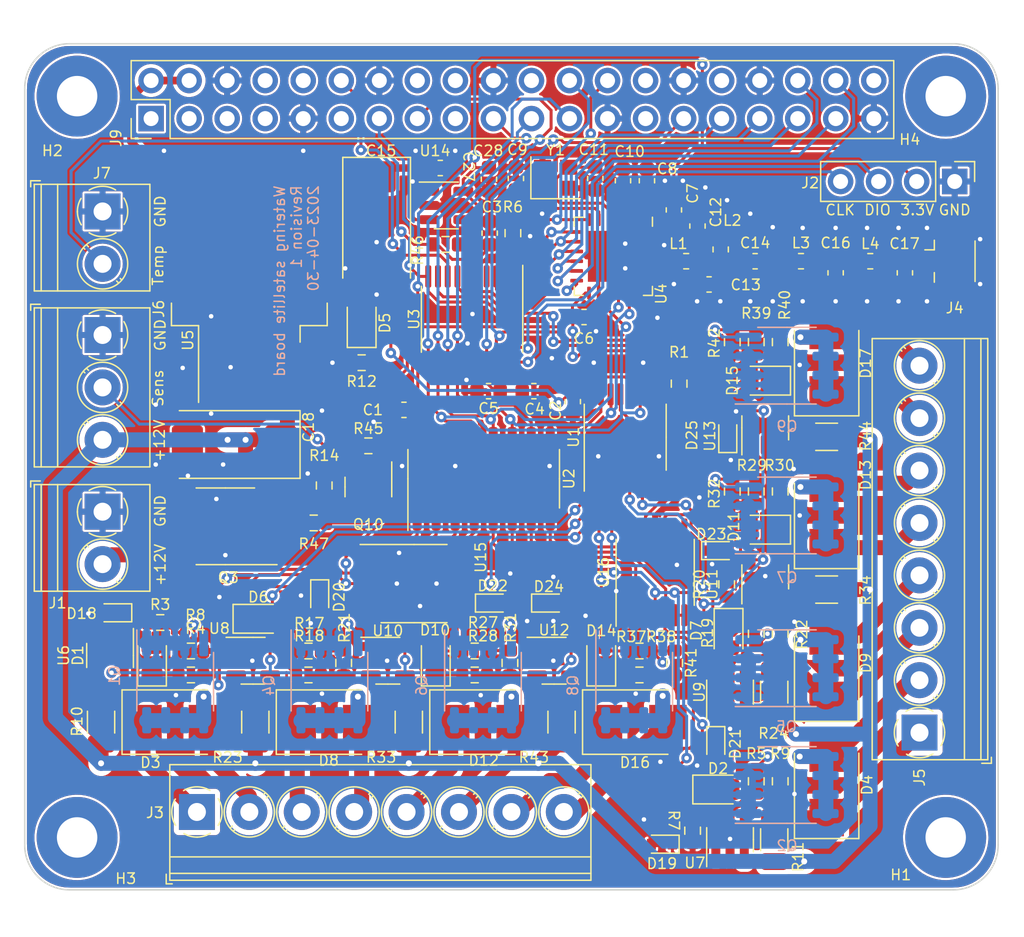
<source format=kicad_pcb>
(kicad_pcb (version 20211014) (generator pcbnew)
  (layers (0 "F.Cu" signal "Front") (31 "B.Cu" signal "Back") (34 "B.Paste" user) (35 "F.Paste" user) (36 "B.SilkS" user "B.Silkscreen") (37 "F.SilkS" user "F.Silkscreen") (38 "B.Mask" user) (39 "F.Mask" user) (44 "Edge.Cuts" user))
  (net 0 "")
  (net 1 "+3.3V")
  (net 2 "GND")
  (net 3 "HC_Out_00")
  (net 4 "Net-(C8-Pad1)")
  (net 5 "Net-(C9-Pad1)")
  (net 6 "Net-(C10-Pad2)")
  (net 7 "Net-(C11-Pad1)")
  (net 8 "Net-(C12-Pad2)")
  (net 9 "Net-(C13-Pad1)")
  (net 10 "Net-(C14-Pad1)")
  (net 11 "Net-(C16-Pad1)")
  (net 12 "Net-(C17-Pad1)")
  (net 13 "+12V")
  (net 14 "Net-(D1-Pad1)")
  (net 15 "Net-(D2-Pad1)")
  (net 16 "HC_Out_04")
  (net 17 "Switch_0+")
  (net 18 "Switch_0-")
  (net 19 "Switch_4+")
  (net 20 "Switch_4-")
  (net 21 "Net-(D6-Pad1)")
  (net 22 "Net-(D5-Pad1)")
  (net 23 "Net-(J1-Pad2)")
  (net 24 "SWDIO")
  (net 25 "SWCLK")
  (net 26 "Net-(L1-Pad1)")
  (net 27 "Net-(Q1-Pad2)")
  (net 28 "Net-(Q2-Pad2)")
  (net 29 "Net-(Q3-Pad2)")
  (net 30 "HC_Out_01")
  (net 31 "Net-(R6-Pad2)")
  (net 32 "Net-(D7-Pad1)")
  (net 33 "HC_Out_05")
  (net 34 "Switch_1+")
  (net 36 "RF_RESET")
  (net 37 "SX_NSS")
  (net 38 "Switch_1-")
  (net 39 "Switch_5+")
  (net 40 "Switch_5-")
  (net 41 "SX_DIO1")
  (net 42 "SX_DIO0")
  (net 43 "SX_DIO2")
  (net 44 "SX_DIO3")
  (net 45 "SX_DIO4")
  (net 46 "SX_DIO5")
  (net 48 "Net-(D10-Pad1)")
  (net 49 "HC_Out_02")
  (net 50 "Net-(D11-Pad1)")
  (net 51 "HC_Out_06")
  (net 52 "Switch_2+")
  (net 53 "Switch_2-")
  (net 54 "Switch_6+")
  (net 55 "Switch_6-")
  (net 56 "Net-(D14-Pad1)")
  (net 57 "HC_Out_03")
  (net 58 "Net-(D15-Pad1)")
  (net 59 "HC_Out_07")
  (net 60 "Switch_3+")
  (net 61 "Switch_3-")
  (net 62 "Switch_7+")
  (net 63 "Switch_7-")
  (net 64 "Net-(Q4-Pad2)")
  (net 65 "Net-(Q5-Pad2)")
  (net 66 "Net-(Q6-Pad2)")
  (net 67 "Net-(Q7-Pad2)")
  (net 68 "Net-(Q8-Pad2)")
  (net 69 "Net-(Q9-Pad2)")
  (net 70 "MCP_In_0")
  (net 71 "MCP_In_4")
  (net 72 "MCP_In_1")
  (net 73 "MCP_In_5")
  (net 74 "MCP_In_2")
  (net 75 "MCP_In_6")
  (net 76 "MCP_In_3")
  (net 77 "MCP_In_7")
  (net 78 "ADC_In_0")
  (net 79 "74HC595_NSS")
  (net 80 "TIM21_CH1")
  (net 81 "MCP3008_NSS")
  (net 82 "SPI1_SCK")
  (net 83 "SPI1_MISO")
  (net 84 "SPI1_MOSI")
  (net 86 "Net-(J6-Pad2)")
  (net 100 "+5V")
  (net 103 "I_Out_0")
  (net 104 "I_Out_4")
  (net 105 "I_Out_1")
  (net 106 "I_Out_5")
  (net 107 "I_Out_2")
  (net 108 "I_Out_6")
  (net 109 "I_Out_3")
  (net 110 "I_Out_7")
  (net 112 "74HC595_OE")
  (footprint "MountingHole:MountingHole_2.7mm_Pad" (layer "F.Cu") (at 114.5 143)
    (fp_text reference "H1")
    (fp_text value "MountingHole")
  )
  (footprint "Resistor_SMD:R_1206_3216Metric" (layer "F.Cu") (at 78.65 135.3 -90)
    (fp_text reference "R33")
    (fp_text value "0.025")
  )
  (footprint "Crystal:Crystal_SMD_2520-4Pin_2.5x2.0mm" (layer "F.Cu") (at 88.45 98.95)
    (fp_text reference "Y1")
    (fp_text value "32 MHz")
  )
  (footprint "Resistor_SMD:R_0603_1608Metric" (layer "F.Cu") (at 83.05 132.15 180)
    (fp_text reference "R28")
    (fp_text value "390")
  )
  (footprint "Resistor_SMD:R_1206_3216Metric" (layer "F.Cu") (at 103.05 143.15 -90)
    (fp_text reference "R11")
    (fp_text value "0.025")
  )
  (footprint "Diode_SMD:D_SOD-523" (layer "F.Cu") (at 84.25 127.35)
    (fp_text reference "D22")
    (fp_text value "BZT585B3V3T-7")
  )
  (footprint "Capacitor_SMD:C_0603_1608Metric" (layer "F.Cu") (at 91.1 99 -90)
    (fp_text reference "C11")
    (fp_text value "15p")
  )
  (footprint "Inductor_SMD:L_0603_1608Metric" (layer "F.Cu") (at 97.170172 104.5225)
    (fp_text reference "L1")
    (fp_text value "4.7n")
  )
  (footprint "Resistor_SMD:R_0603_1608Metric" (layer "F.Cu") (at 101.85 139.25 -90)
    (fp_text reference "R5")
    (fp_text value "1.5k")
  )
  (footprint "Package_SO:SOIC-16_3.9x9.9mm_P1.27mm" (layer "F.Cu") (at 83.65 119.05 90)
    (fp_text reference "U2")
    (fp_text value "MCP3008")
  )
  (footprint "Capacitor_SMD:C_0603_1608Metric" (layer "F.Cu") (at 96.35 101.1 -90)
    (fp_text reference "C7")
    (fp_text value "0.1u")
  )
  (footprint "Resistor_SMD:R_1206_3216Metric" (layer "F.Cu") (at 103.05 133.3 -90)
    (fp_text reference "R24")
    (fp_text value "0.025")
  )
  (footprint "LED_SMD:LED_0805_2012Metric" (layer "F.Cu") (at 102.45 122.45 180)
    (fp_text reference "D11")
    (fp_text value "LED")
  )
  (footprint "Diode_SMD:D_SOD-523" (layer "F.Cu") (at 72.7 126.95 -90)
    (fp_text reference "D20")
    (fp_text value "BZT585B3V3T-7")
  )
  (footprint "Resistor_SMD:R_0603_1608Metric" (layer "F.Cu") (at 71.95 132.15 180)
    (fp_text reference "R18")
    (fp_text value "390")
  )
  (footprint "Package_TO_SOT_SMD:SOT-23-5" (layer "F.Cu") (at 77.25 131.2)
    (fp_text reference "U10")
    (fp_text value "ZXCT1087QE5TA ")
  )
  (footprint "Diode_SMD:D_SMB" (layer "F.Cu") (at 93.8 135.3)
    (fp_text reference "D16")
    (fp_text value "FM205-W")
  )
  (footprint "Package_DFN_QFN:QFN-24-1EP_5x5mm_P0.65mm_EP3.4x3.4mm" (layer "F.Cu") (at 92.3075 104.1975 -90)
    (fp_text reference "U4")
    (fp_text value "SX1231")
  )
  (footprint "Capacitor_SMD:C_0603_1608Metric" (layer "F.Cu") (at 98.7 106.075 180)
    (fp_text reference "C13")
    (fp_text value "5.6p")
  )
  (footprint "Package_TO_SOT_SMD:SOT-23-5" (layer "F.Cu") (at 68.25 131.2)
    (fp_text reference "U8")
    (fp_text value "ZXCT1087QE5TA ")
  )
  (footprint "Connector_Coaxial:U.FL_Hirose_U.FL-R-SMT-1_Vertical" (layer "F.Cu") (at 114.625 104.525)
    (fp_text reference "J4")
    (fp_text value "Conn_Coaxial")
  )
  (footprint "Capacitor_SMD:C_0603_1608Metric" (layer "F.Cu") (at 80.75 98.3)
    (fp_text reference "C27")
    (fp_text value "4.7u")
  )
  (footprint "Resistor_SMD:R_0603_1608Metric" (layer "F.Cu") (at 85.4 131.35 -90)
    (fp_text reference "R31")
    (fp_text value "150k")
  )
  (footprint "Package_SO:TSSOP-16_4.4x5mm_P0.65mm" (layer "F.Cu") (at 93.1 116.275 90)
    (fp_text reference "U1")
    (fp_text value "74HCT595")
  )
  (footprint "Capacitor_SMD:C_0603_1608Metric" (layer "F.Cu") (at 87 113.2)
    (fp_text reference "C4")
    (fp_text value "0.1u")
  )
  (footprint "Connector_PinHeader_2.54mm:PinHeader_2x20_P2.54mm_Vertical" (layer "F.Cu") (at 61.44 95 90)
    (fp_text reference "J9")
    (fp_text value "Raspberry_Pi_2_3")
  )
  (footprint "Package_SO:TSSOP-20_4.4x6.5mm_P0.65mm" (layer "F.Cu") (at 82.8725 108.4 -90)
    (fp_text reference "U3")
    (fp_text value "STM32L010F4P6")
  )
  (footprint "Resistor_SMD:R_0603_1608Metric" (layer "F.Cu") (at 75.95 116.85 180)
    (fp_text reference "R45")
    (fp_text value "18k")
  )
  (footprint "Capacitor_Tantalum_SMD:CP_EIA-7343-31_Kemet-D" (layer "F.Cu") (at 66.9775 116.762742 180)
    (fp_text reference "C18")
    (fp_text value "10u")
  )
  (footprint "Diode_SMD:D_SMB" (layer "F.Cu") (at 83.6 135.3)
    (fp_text reference "D12")
    (fp_text value "FM205-W")
  )
  (footprint "TerminalBlock_Phoenix:TerminalBlock_Phoenix_PT-1,5-2-3.5-H_1x02_P3.50mm_Horizontal" (layer "F.Cu") (at 58.2 121.25 -90)
    (fp_text reference "J1")
    (fp_text value "Screw_Terminal_01x02")
  )
  (footprint "Capacitor_SMD:C_0603_1608Metric" (layer "F.Cu") (at 107.15 105.3 -90)
    (fp_text reference "C16")
    (fp_text value "8.2p")
  )
  (footprint "Resistor_SMD:R_0603_1608Metric" (layer "F.Cu") (at 75.5 111.3)
    (fp_text reference "R12")
    (fp_text value "390")
  )
  (footprint "Inductor_SMD:L_0603_1608Metric" (layer "F.Cu") (at 104.8375 104.5225)
    (fp_text reference "L3")
    (fp_text value "6.8n")
  )
  (footprint "TerminalBlock_Phoenix:TerminalBlock_Phoenix_PT-1,5-8-3.5-H_1x08_P3.50mm_Horizontal" (layer "F.Cu") (at 64.5 141.3)
    (fp_text reference "J3")
    (fp_text value "Screw_Terminal_01x08")
  )
  (footprint "Capacitor_SMD:C_0603_1608Metric" (layer "F.Cu") (at 78.325 114.45 180)
    (fp_text reference "C1")
    (fp_text value "0.1u")
  )
  (footprint "Resistor_SMD:R_0603_1608Metric" (layer "F.Cu") (at 64.1 130.55)
    (fp_text reference "R8")
    (fp_text value "150k")
  )
  (footprint "Package_TO_SOT_SMD:SOT-23-5" (layer "F.Cu") (at 100.1 133.3 90)
    (fp_text reference "U9")
    (fp_text value "ZXCT1087QE5TA ")
  )
  (footprint "Package_TO_SOT_SMD:SOT-23-5" (layer "F.Cu") (at 102.45 115.65 90)
    (fp_text reference "U13")
    (fp_text value "ZXCT1087QE5TA ")
  )
  (footprint "Resistor_SMD:R_0603_1608Metric" (layer "F.Cu") (at 103.45 109.925 -90)
    (fp_text reference "R40")
    (fp_text value "390")
  )
  (footprint "Resistor_SMD:R_0603_1608Metric" (layer "F.Cu") (at 64.1 132.15 180)
    (fp_text reference "R4")
    (fp_text value "390")
  )
  (footprint "LED_SMD:LED_0805_2012Metric" (layer "F.Cu") (at 100 129.4 -90)
    (fp_text reference "D7")
    (fp_text value "LED")
  )
  (footprint "LED_SMD:LED_0805_2012Metric" (layer "F.Cu") (at 99.3 139.8)
    (fp_text reference "D2")
    (fp_text value "LED")
  )
  (footprint "Resistor_SMD:R_0603_1608Metric" (layer "F.Cu") (at 81.1 103.4)
    (fp_text reference "R46")
    (fp_text value "18k")
  )
  (footprint "Diode_SMD:D_SMB" (layer "F.Cu") (at 106.55 131.7 90)
    (fp_text reference "D9")
    (fp_text value "FM205-W")
  )
  (footprint "Diode_SMD:D_SMB" (layer "F.Cu") (at 106.55 121.5 90)
    (fp_text reference "D13")
    (fp_text value "FM205-W")
  )
  (footprint "Capacitor_Tantalum_SMD:CP_EIA-7343-31_Kemet-D" (layer "F.Cu") (at 76.5 102 -90)
    (fp_text reference "C15")
    (fp_text value "10u")
  )
  (footprint "LED_SMD:LED_0805_2012Metric" (layer "F.Cu") (at 80.45 131.2 90)
    (fp_text reference "D10")
    (fp_text value "LED")
  )
  (footprint "LED_SMD:LED_0805_2012Metric" (layer "F.Cu") (at 102.45 112.5 180)
    (fp_text reference "D15")
    (fp_text value "LED")
  )
  (footprint "Resistor_SMD:R_0603_1608Metric" (layer "F.Cu") (at 85.6 102.65 -90)
    (fp_text reference "R6")
    (fp_text value "1.5k")
  )
  (footprint "Diode_SMD:D_SOD-523" (layer "F.Cu") (at 99.15 136.75 -90)
    (fp_text reference "D21")
    (fp_text value "BZT585B3V3T-7")
  )
  (footprint "Package_TO_SOT_SMD:SOT-23-5" (layer "F.Cu") (at 100.1 143.15 90)
    (fp_text reference "U7")
    (fp_text value "ZXCT1087QE5TA ")
  )
  (footprint "Resistor_SMD:R_0603_1608Metric" (layer "F.Cu") (at 74.3 131.35 -90)
    (fp_text reference "R21")
    (fp_text value "150k")
  )
  (footprint "Resistor_SMD:R_0603_1608Metric" (layer "F.Cu") (at 97.6 142.55 90)
    (fp_text reference "R7")
    (fp_text value "390")
  )
  (footprint "Diode_SMD:D_SMB" (layer "F.Cu") (at 63.05 135.3)
    (fp_text reference "D3")
    (fp_text value "FM205-W")
  )
  (footprint "Inductor_SMD:L_0603_1608Metric" (layer "F.Cu") (at 109.4625 104.525)
    (fp_text reference "L4")
    (fp_text value "6.8n")
  )
  (footprint "Diode_SMD:D_SOD-523" (layer "F.Cu") (at 99.35 123.85)
    (fp_text reference "D23")
    (fp_text value "BZT585B3V3T-7")
  )
  (footprint "Resistor_SMD:R_0603_1608Metric" (layer "F.Cu") (at 94.05 132.15 180)
    (fp_text reference "R38")
    (fp_text value "390")
  )
  (footprint "MountingHole:MountingHole_2.7mm_Pad" (layer "F.Cu") (at 56.5 143)
    (fp_text reference "H3")
    (fp_text value "MountingHole")
  )
  (footprint "Capacitor_SMD:C_0603_1608Metric" (layer "F.Cu") (at 97.925 102.175 -90)
    (fp_text reference "C12")
    (fp_text value "10n")
  )
  (footprint "Package_TO_SOT_SMD:SOT-23" (layer "F.Cu") (at 75.95 119.6 -90)
    (fp_text reference "Q10")
    (fp_text value "BSS138")
  )
  (footprint "Resistor_SMD:R_0603_1608Metric" (layer "F.Cu") (at 62.05 128.65 180)
    (fp_text reference "R3")
    (fp_text value "1.5k")
  )
  (footprint "Inductor_SMD:L_0603_1608Metric" (layer "F.Cu") (at 99.475 103.7375 -90)
    (fp_text reference "L2")
    (fp_text value "33n")
  )
  (footprint "Connector_PinHeader_2.54mm:PinHeader_1x04_P2.54mm_Vertical" (layer "F.Cu") (at 115.1 99.2 -90)
    (fp_text reference "J2")
    (fp_text value "Conn_01x04")
  )
  (footprint "Resistor_SMD:R_0603_1608Metric" (layer "F.Cu") (at 73 119.5 90)
    (fp_text reference "R14")
    (fp_text value "150k")
  )
  (footprint "Package_SO:TSSOP-14_4.4x5mm_P0.65mm" (layer "F.Cu") (at 95.1 125.3 90)
    (fp_text reference "U16")
    (fp_text value "LM2902")
  )
  (footprint "Capacitor_SMD:C_0603_1608Metric" (layer "F.Cu") (at 84 99.05 90)
    (fp_text reference "C28")
    (fp_text value "4.7u")
  )
  (footprint "Package_TO_SOT_SMD:SOT-23-5" (layer "F.Cu") (at 102.45 125.6 90)
    (fp_text reference "U11")
    (fp_text value "ZXCT1087QE5TA ")
  )
  (footprint "Diode_SMD:D_SOD-523" (layer "F.Cu") (at 59 128 180)
    (fp_text reference "D18")
    (fp_text value "BZT585B3V3T-7")
  )
  (footprint "Resistor_SMD:R_1206_3216Metric" (layer "F.Cu") (at 106.55 126.45)
    (fp_text reference "R34")
    (fp_text value "0.025")
  )
  (footprint "Package_TO_SOT_SMD:TO-263-3_TabPin2" (layer "F.Cu") (at 68 105.875 90)
    (fp_text reference "U5")
    (fp_text value "SPX29300T-L-5.0_TO263")
  )
  (footprint "TerminalBlock_Phoenix:TerminalBlock_Phoenix_PT-1,5-3-3.5-H_1x03_P3.50mm_Horizontal" (layer "F.Cu") (at 58.2 109.45 -90)
    (fp_text reference "J6")
    (fp_text value "Screw_Terminal_01x03")
  )
  (footprint "Package_TO_SOT_SMD:SOT-23-5" (layer "F.Cu") (at 81.15 100.8)
    (fp_text reference "U14")
    (fp_text value "AP2112K-3.3")
  )
  (footprint "Diode_SMD:D_SMB" (layer "F.Cu") (at 73.35 135.3)
    (fp_text reference "D8")
    (fp_text value "FM205-W")
  )
  (footprint "Package_SO:TSSOP-14_4.4x5mm_P0.65mm" (layer "F.Cu") (at 79 126.05)
    (fp_text reference "U15")
    (fp_text value "LM2902")
  )
  (footprint "LED_SMD:LED_0805_2012Metric" (layer "F.Cu") (at 68.6 128.4)
    (fp_text reference "D6")
    (fp_text value "LED")
  )
  (footprint "Capacitor_SMD:C_0603_1608Metric" (layer "F.Cu") (at 83.975 113.2 180)
    (fp_text reference "C5")
    (fp_text value "0.1u")
  )
  (footprint "Resistor_SMD:R_0603_1608Metric" (layer "F.Cu") (at 103.45 129.4 90)
    (fp_text reference "R22")
    (fp_text value "150k")
  )
  (footprint "Capacitor_SMD:C_0603_1608Metric" (layer "F.Cu") (at 89.6 113.9 -90)
    (fp_text reference "C2")
    (fp_text value "0.1u")
  )
  (footprint "Resistor_SMD:R_0603_1608Metric" (layer "F.Cu") (at 101.85 109.925 -90)
    (fp_text reference "R39")
    (fp_text value "1.5k")
  )
  (footprint "Diode_SMD:D_SOD-523" (layer "F.Cu") (at 88 127.35)
    (fp_text reference "D24")
    (fp_text value "BZT585B3V3T-7")
  )
  (footprint "Capacitor_SMD:C_0603_1608Metric" (layer "F.Cu") (at 94.55 99.15 90)
    (fp_text reference "C8")
    (fp_text value "0.1u")
  )
  (footprint "Capacitor_SMD:C_0603_1608Metric" (layer "F.Cu") (at 84.05 102.65 90)
    (fp_text reference "C3")
    (fp_text value "4.7u")
  )
  (footprint "LED_SMD:LED_0805_2012Metric" (layer "F.Cu") (at 75.5 108.6 90)
    (fp_text reference "D5")
    (fp_text value "LED")
  )
  (footprint "Capacitor_SMD:C_0603_1608Metric" (layer "F.Cu") (at 92.95 99.15 -90)
    (fp_text reference "C10")
    (fp_text value "0.1u")
  )
  (footprint "Resistor_SMD:R_0603_1608Metric" (layer "F.Cu") (at 100.25 119.9 -90)
    (fp_text reference "R32")
    (fp_text value "150k")
  )
  (footprint "Diode_SMD:D_SOD-523" (layer "F.Cu") (at 95.55 143.45 180)
    (fp_text reference "D19")
    (fp_text value "BZT585B3V3T-7")
  )
  (footprint "Diode_SMD:D_SMB" (layer "F.Cu") (at 106.55 139.525 90)
    (fp_text reference "D4")
    (fp_text value "FM205-W")
  )
  (footprint "Package_TO_SOT_SMD:SOT-23-5" (layer "F.Cu") (at 58.7 130.85 -90)
    (fp_text reference "U6")
    (fp_text value "ZXCT1087QE5TA ")
  )
  (footprint "Capacitor_SMD:C_0603_1608Metric" (layer "F.Cu") (at 101.775 104.525 180)
    (fp_text reference "C14")
    (fp_text value "47p")
  )
  (footprint "Resistor_SMD:R_0603_1608Metric" (layer "F.Cu") (at 101.85 129.4 90)
    (fp_text reference "R19")
    (fp_text value "1.5k")
  )
  (footprint "Resistor_SMD:R_1206_3216Metric" (layer "F.Cu") (at 68.4 135.3 -90)
    (fp_text reference "R23")
    (fp_text value "0.025")
  )
  (footprint "Resistor_SMD:R_0603_1608Metric" (layer "F.Cu") (at 96.7 112.7 -90)
    (fp_text reference "R1")
    (fp_text value "18k")
  )
  (footprint "Package_TO_SOT_SMD:SOT-23-5" (layer "F.Cu") (at 88.35 131.2)
    (fp_text reference "U12")
    (fp_text value "ZXCT1087QE5TA ")
  )
  (footprint "Resistor_SMD:R_1206_3216Metric" (layer "F.Cu") (at 106.55 116.25)
    (fp_text reference "R44")
    (fp_text value "0.025")
  )
  (footprint "LED_SMD:LED_0805_2012Metric" (layer "F.Cu") (at 91.5 131.2 90)
    (fp_text reference "D14")
    (fp_text value "LED")
  )
  (footprint "Resistor_SMD:R_1206_3216Metric" (layer "F.Cu") (at 58.1 135.3 -90)
    (fp_text reference "R10")
    (fp_text value "0.025")
  )
  (footprint "Resistor_SMD:R_0603_1608Metric" (layer "F.Cu") (at 101.85 119.9 -90)
    (fp_text reference "R29")
    (fp_text value "1.5k")
  )
  (footprint "Resistor_SMD:R_0603_1608Metric" (layer "F.Cu") (at 94.05 130.55 180)
    (fp_text reference "R37")
    (fp_text value "1.5k")
  )
  (footprint "Resistor_SMD:R_0603_1608Metric" (layer "F.Cu") (at 96.4 131.35 -90)
    (fp_text reference "R41")
    (fp_text value "150k")
  )
  (footprint "Capacitor_SMD:C_0603_1608Metric" (layer "F.Cu") (at 85.8 99 90)
    (fp_text reference "C9")
    (fp_text value "15p")
  )
  (footprint "Resistor_SMD:R_0603_1608Metric" (layer "F.Cu") (at 71.95 130.55 180)
    (fp_text reference "R17")
    (fp_text value "1.5k")
  )
  (footprint "TerminalBlock_Phoenix:TerminalBlock_Phoenix_PT-1,5-8-3.5-H_1x08_P3.50mm_Horizontal" (layer "F.Cu") (at 112.75 136 90)
    (fp_text reference "J5")
    (fp_text value "Screw_Terminal_01x08")
  )
  (footprint "Resistor_SMD:R_0603_1608Metric" (layer "F.Cu") (at 99.875 126.1 -90)
    (fp_text reference "R20")
    (fp_text value "390")
  )
  (footprint "Resistor_SMD:R_1206_3216Metric" (layer "F.Cu") (at 88.85 135.3 -90)
    (fp_text reference "R43")
    (fp_text value "0.025")
  )
  (footprint "Diode_SMD:D_SMB" (layer "F.Cu") (at 106.55 111.3 90)
    (fp_text reference "D17")
    (fp_text value "FM205-W")
  )
  (footprint "Resistor_SMD:R_0603_1608Metric" (layer "F.Cu") (at 83.05 130.55 180)
    (fp_text reference "R27")
    (fp_text value "1.5k")
  )
  (footprint "MountingHole:MountingHole_2.7mm_Pad" (layer "F.Cu") (at 56.5 93.5)
    (fp_text reference "H2")
    (fp_text value "MountingHole")
  )
  (footprint "MountingHole:MountingHole_2.7mm_Pad" (layer "F.Cu") (at 114.5 93.5)
    (fp_text reference "H4")
    (fp_text value "MountingHole")
  )
  (footprint "Resistor_SMD:R_0603_1608Metric" (layer "F.Cu") (at 100.25 109.925 -90)
    (fp_text reference "R42")
    (fp_text value "150k")
  )
  (footprint "Resistor_SMD:R_0603_1608Metric" (layer "F.Cu") (at 72.3 122)
    (fp_text reference "R47")
    (fp_text value "10k")
  )
  (footprint "LED_SMD:LED_0805_2012Metric" (layer "F.Cu") (at 61.5 131.2 90)
    (fp_text reference "D1")
    (fp_text value "LED")
  )
  (footprint "Capacitor_SMD:C_0603_1608Metric" (layer "F.Cu") (at 90.35 108.25 180)
    (fp_text reference "C6")
    (fp_text value "0.1u")
  )
  (footprint "Capacitor_SMD:C_0603_1608Metric" (layer "F.Cu") (at 111.775 105.3 -90)
    (fp_text reference "C17")
    (fp_text value "6.8p")
  )
  (footprint "Resistor_SMD:R_0603_1608Metric" (layer "F.Cu") (at 103.45 139.25 -90)
    (fp_text reference "R9")
    (fp_text value "150k")
  )
  (footprint "Bauteile:MCQ4459_SOP-8_5.28x5.23mm_P1.27mm" (layer "F.Cu") (at 66.4 122.225 180)
    (fp_text reference "Q3")
    (fp_text value "MCQ4459")
  )
  (footprint "Diode_SMD:D_SOD-523" (layer "F.Cu") (at 99.95 116.15 90)
    (fp_text reference "D25")
    (fp_text value "BZT585B3V3T-7")
  )
  (footprint "TerminalBlock_Phoenix:TerminalBlock_Phoenix_PT-1,5-2-3.5-H_1x02_P3.50mm_Horizontal" (layer "F.Cu") (at 58.2 101.2 -90)
    (fp_text reference "J7")
    (fp_text value "Screw_Terminal_01x02")
  )
  (footprint "Resistor_SMD:R_0603_1608Metric" (layer "F.Cu") (at 103.45 119.9 -90)
    (fp_text reference "R30")
    (fp_text value "390")
  )
  (footprint "Bauteile:DMT68M8LSS-13_SO-8_5.3x6.2mm_P1.27mm" (layer "B.Cu") (at 103.9 131.7)
    (fp_text reference "Q5")
    (fp_text value "DMT68M8LSS-13")
  )
  (footprint "Bauteile:DMT68M8LSS-13_SO-8_5.3x6.2mm_P1.27mm" (layer "B.Cu") (at 93.7 132.6 -90)
    (fp_text reference "Q8")
    (fp_text value "DMT68M8LSS-13")
  )
  (footprint "Bauteile:DMT68M8LSS-13_SO-8_5.3x6.2mm_P1.27mm" (layer "B.Cu") (at 103.9 111.5)
    (fp_text reference "Q9")
    (fp_text value "DMT68M8LSS-13")
  )
  (footprint "Bauteile:DMT68M8LSS-13_SO-8_5.3x6.2mm_P1.27mm" (layer "B.Cu") (at 103.9 139.5)
    (fp_text reference "Q2")
    (fp_text value "DMT68M8LSS-13")
  )
  (footprint "Bauteile:DMT68M8LSS-13_SO-8_5.3x6.2mm_P1.27mm" (layer "B.Cu") (at 73.35 132.6 -90)
    (fp_text reference "Q4")
    (fp_text value "DMT68M8LSS-13")
  )
  (footprint "Bauteile:DMT68M8LSS-13_SO-8_5.3x6.2mm_P1.27mm" (layer "B.Cu") (at 103.9 121.5)
    (fp_text reference "Q7")
    (fp_text value "DMT68M8LSS-13")
  )
  (footprint "Bauteile:DMT68M8LSS-13_SO-8_5.3x6.2mm_P1.27mm" (layer "B.Cu") (at 63.05 132.6 -90)
    (fp_text reference "Q1")
    (fp_text value "DMT68M8LSS-13")
  )
  (footprint "Bauteile:DMT68M8LSS-13_SO-8_5.3x6.2mm_P1.27mm" (layer "B.Cu") (at 83.6 132.6 -90)
    (fp_text reference "Q6")
    (fp_text value "DMT68M8LSS-13")
  )
  (gr_arc locked (start 118 143.5) (mid 117.12132 145.62132) (end 115 146.5) (layer "Edge.Cuts") (width 0.1))
  (gr_arc locked (start 56 146.5) (mid 53.87868 145.62132) (end 53 143.5) (layer "Edge.Cuts") (width 0.1))
  (gr_line locked (start 53 143.5) (end 53 93) (layer "Edge.Cuts") (width 0.1))
  (gr_arc locked (start 53 93) (mid 53.87868 90.87868) (end 56 90) (layer "Edge.Cuts") (width 0.1))
  (gr_line locked (start 115 146.5) (end 56 146.5) (layer "Edge.Cuts") (width 0.1))
  (gr_arc locked (start 115 90) (mid 117.12132 90.87868) (end 118 93) (layer "Edge.Cuts") (width 0.1))
  (gr_line locked (start 56 90) (end 115 90) (layer "Edge.Cuts") (width 0.1))
  (gr_line locked (start 118 93) (end 118 143.5) (layer "Edge.Cuts") (width 0.1))
  (gr_text "Watering satellite board\nRevision 1\n2023-04-30" (at 71.15 99.4 90) (layer "B.SilkS") (effects (font (size 0.7 0.7) (thickness 0.1)) (justify left mirror)))
  (gr_text "GND" (at 62.05 121.2 90) (layer "F.SilkS") (effects (font (size 0.7 0.7) (thickness 0.1))))
  (gr_text "+12V" (at 62.05 124.8 90) (layer "F.SilkS") (effects (font (size 0.7 0.7) (thickness 0.1))))
  (gr_text "GND" (at 115.1 101.1) (layer "F.SilkS") (effects (font (size 0.7 0.7) (thickness 0.1))))
  (gr_text "Temp" (at 61.9 104.8 90) (layer "F.SilkS") (effects (font (size 0.7 0.7) (thickness 0.1))))
  (gr_text "GND" (at 62.05 101.2 90) (layer "F.SilkS") (effects (font (size 0.7 0.7) (thickness 0.1))))
  (gr_text "Sens" (at 61.9 113 90) (layer "F.SilkS") (effects (font (size 0.7 0.7) (thickness 0.1))))
  (gr_text "+12V" (at 62 116.5 90) (layer "F.SilkS") (effects (font (size 0.7 0.7) (thickness 0.1))))
  (gr_text "DIO" (at 109.95 101.1) (layer "F.SilkS") (effects (font (size 0.7 0.7) (thickness 0.1))))
  (gr_text "3.3V" (at 112.6 101.1) (layer "F.SilkS") (effects (font (size 0.7 0.7) (thickness 0.1))))
  (gr_text "CLK" (at 107.45 101.1) (layer "F.SilkS") (effects (font (size 0.7 0.7) (thickness 0.1))))
  (gr_text "GND" (at 62.05 109.45 90) (layer "F.SilkS") (effects (font (size 0.7 0.7) (thickness 0.1))))
  (segment (start 102.3375 114.5125) (end 102.35 114.5) (width 0.2) (layer "F.Cu") (net 1))
  (segment (start 83.05 98.2) (end 83.125 98.275) (width 0.2) (layer "F.Cu") (net 1))
  (segment (start 79.25 108.9) (end 79.248 108.902) (width 0.2) (layer "F.Cu") (net 1))
  (segment (start 84.025 103.4) (end 84.05 103.425) (width 0.2) (layer "F.Cu") (net 1))
  (segment (start 83.05 97.5875) (end 83.05 98.2) (width 0.2) (layer "F.Cu") (net 1))
  (segment (start 95.1 128.1625) (end 95.1 126.65) (width 0.2) (layer "F.Cu") (net 1))
  (segment (start 96.7 110.9) (end 96.7 111.875) (width 0.2) (layer "F.Cu") (net 1))
  (segment (start 99.15 142.0125) (end 98.7375 142.0125) (width 0.2) (layer "F.Cu") (net 1))
  (segment (start 66.55 129.35) (end 66.55 127.555731) (width 0.2) (layer "F.Cu") (net 1))
  (segment (start 76.775 116.775) (end 79.1 114.45) (width 0.2) (layer "F.Cu") (net 1))
  (segment (start 83.1975 105.5375) (end 83.1975 104.4525) (width 0.2) (layer "F.Cu") (net 1))
  (segment (start 96.7755 142.111896) (end 96.7755 138.1245) (width 0.2) (layer "F.Cu") (net 1))
  (segment (start 90.6825 106.6475) (end 90.4525 106.6475) (width 0.2) (layer "F.Cu") (net 1))
  (segment (start 80.475 115.425) (end 79.5 114.45) (width 0.2) (layer "F.Cu") (net 1))
  (segment (start 91.251678 125.1005) (end 91.9505 125.1005) (width 0.2) (layer "F.Cu") (net 1))
  (segment (start 101.5 124.4625) (end 102.2875 124.4625) (width 0.2) (layer "F.Cu") (net 1))
  (segment (start 83.125 98.275) (end 84 98.275) (width 0.2) (layer "F.Cu") (net 1))
  (segment (start 89.4875 131.1375) (end 89.5 131.15) (width 0.2) (layer "F.Cu") (net 1))
  (segment (start 98.35 127.4) (end 97.6 126.65) (width 0.2) (layer "F.Cu") (net 1))
  (segment (start 89.575 107.525) (end 89.575 108.25) (width 0.2) (layer "F.Cu") (net 1))
  (segment (start 58.8125 131.9875) (end 58.8 132) (width 0.2) (layer "F.Cu") (net 1))
  (segment (start 82.2875 99.0625) (end 83.1 98.25) (width 0.2) (layer "F.Cu") (net 1))
  (segment (start 83.1975 111.9975) (end 84.4 113.2) (width 0.2) (layer "F.Cu") (net 1))
  (segment (start 83.1975 104.4525) (end 84.05 103.6) (width 0.2) (layer "F.Cu") (net 1))
  (segment (start 76.9 121.80573) (end 74.45 124.25573) (width 0.2) (layer "F.Cu") (net 1))
  (segment (start 88.925 108.9) (end 89.575 108.25) (width 0.2) (layer "F.Cu") (net 1))
  (segment (start 79.205 116.575) (end 79.205 114.555) (width 0.2) (layer "F.Cu") (net 1))
  (segment (start 73.849501 125.449501) (end 74.45 126.05) (width 0.2) (layer "F.Cu") (net 1))
  (segment (start 76.9 118.6625) (end 76.9 121.80573) (width 0.2) (layer "F.Cu") (net 1))
  (segment (start 59.65 131.9875) (end 58.8125 131.9875) (width 0.2) (layer "F.Cu") (net 1))
  (segment (start 96.35 98.3) (end 96.35 100.325) (width 0.2) (layer "F.Cu") (net 1))
  (segment (start 92.1505 125.1005) (end 92.35 125.3) (width 0.2) (layer "F.Cu") (net 1))
  (segment (start 83.1975 111.2625) (end 83.1975 108.9525) (width 0.2) (layer "F.Cu") (net 1))
  (segment (start 76.775 116.85) (end 76.775 116.775) (width 0.2) (layer "F.Cu") (net 1))
  (segment (start 79.5 114.45) (end 79.1 114.45) (width 0.2) (layer "F.Cu") (net 1))
  (segment (start 69.3875 130.25) (end 69.3875 131.1375) (width 0.2) (layer "F.Cu") (net 1))
  (segment (start 79.248 114.302) (end 79.1 114.45) (width 0.2) (layer "F.Cu") (net 1))
  (segment (start 90.3 110.5) (end 96.3 110.5) (width 0.2) (layer "F.Cu") (net 1))
  (segment (start 89.4875 130.25) (end 89.4875 126.864678) (width 0.2) (layer "F.Cu") (net 1))
  (segment (start 79.248 109.748) (end 79.248 114.302) (width 0.2) (layer "F.Cu") (net 1))
  (segment (start 84.75 113.2) (end 86.225 113.2) (width 0.2) (layer "F.Cu") (net 1))
  (segment (start 74.45 124.25573) (end 74.45 124.7) (width 0.2) (layer "F.Cu") (net 1))
  (segment (start 83.25 100.8125) (end 83.25 102.075) (width 0.2) (layer "F.Cu") (net 1))
  (segment (start 83.25 108.9) (end 79.25 108.9) (width 0.2) (layer "F.Cu") (net 1))
  (segment (start 76.9 116.975) (end 76.775 116.85) (width 0.2) (layer "F.Cu") (net 1))
  (segment (start 89.6 109.2) (end 89.6 108.275) (width 0.2) (layer "F.Cu") (net 1))
  (segment (start 97.6 126.65) (end 96.4005 126.65) (width 0.2) (layer "F.Cu") (net 1))
  (segment (start 89.9 110.9) (end 90.3 110.5) (width 0.2) (layer "F.Cu") (net 1))
  (segment (start 91.9505 125.1005) (end 92.1505 125.1005) (width 0.2) (layer "F.Cu") (net 1))
  (segment (start 99.15 132.1625) (end 98.35 131.3625) (width 0.2) (layer "F.Cu") (net 1))
  (segment (start 83.25 102.075) (end 81.925 103.4) (width 0.2) (layer "F.Cu") (net 1))
  (segment (start 80.475 116.575) (end 80.475 115.425) (width 0.2) (layer "F.Cu") (net 1))
  (segment (start 89.6 108.275) (end 89.575 108.25) (width 0.2) (layer "F.Cu") (net 1))
  (segment (start 66 129.9) (end 66.55 129.35) (width 0.2) (layer "F.Cu") (net 1))
  (segment (start 83.25 108.9) (end 88.925 108.9) (width 0.2) (layer "F.Cu") (net 1))
  (segment (start 76.9 118.6625) (end 76.9 116.975) (width 0.2) (layer "F.Cu") (net 1))
  (segment (start 83.1975 111.2625) (end 83.1975 111.9975) (width 0.2) (layer "F.Cu") (net 1))
  (segment (start 96.7 111.875) (end 95.325 111.875) (width 0.2) (layer "F.Cu") (net 1))
  (segment (start 89.4875 126.864678) (end 91.251678 125.1005) (width 0.2) (layer "F.Cu") (net 1))
  (segment (start 96.35 98.3) (end 97.65 97) (width 0.2) (layer "F.Cu") (net 1))
  (segment (start 66 132.755085) (end 66 129.9) (width 0.2) (layer "F.Cu") (net 1))
  (segment (start 97.65 97) (end 110.36 97) (width 0.2) (layer "F.Cu") (net 1))
  (segment (start 101.5 114.5125) (end 102.3375 114.5125) (width 0.2) (layer "F.Cu") (net 1))
  (segment (start 78.3875 131.1375) (end 78.4 131.15) (width 0.2) (layer "F.Cu") (net 1))
  (segment (start 69.3875 131.1375) (end 69.4 131.15) (width 0.2) (layer "F.Cu") (net 1))
  (segment (start 84.4 113.2) (end 84.75 113.2) (width 0.2) (layer "F.Cu") (net 1))
  (segment (start 90.4525 106.6475) (end 89.575 107.525) (width 0.2) (layer "F.Cu") (net 1))
  (segment (start 94.9275 101.7475) (end 96.35 100.325) (width 0.2) (layer "F.Cu") (net 1))
  (segment (start 82.2875 99.85) (end 82.2875 99.0625) (width 0.2) (layer "F.Cu") (net 1))
  (segment (start 89.4875 130.25) (end 89.4875 131.1375) (width 0.2) (layer "F.Cu") (net 1))
  (segment (start 79.205 114.555) (end 79.1 114.45) (width 0.2) (layer "F.Cu") (net 1))
  (segment (start 96.3 110.5) (end 96.7 110.9) (width 0.2) (layer "F.Cu") (net 1))
  (segment (start 94.725 112.475) (end 94.725 113.4125) (width 0.2) (layer "F.Cu") (net 1))
  (segment (start 83.1975 108.9525) (end 83.25 108.9) (width 0.2) (layer "F.Cu") (net 1))
  (segment (start 66.55 127.555731) (end 68.65623 125.449501) (width 0.2) (layer "F.Cu") (net 1))
  (segment (start 79.248 108.902) (end 79.248 106.2) (width 0.2) (layer "F.Cu") (net 1))
  (segment (start 98.25 97) (end 97.65 97) (width 0.2) (layer "F.Cu") (net 1))
  (segment (start 98.7375 142.0125) (end 98.375 142.375) (width 0.2) (layer "F.Cu") (net 1))
  (segment (start 93.9325 101.7475) (end 94.9275 101.7475) (width 0.2) (layer "F.Cu") (net 1))
  (segment (start 78.3875 130.25) (end 78.3875 131.1375) (width 0.2) (layer "F.Cu") (net 1))
  (segment (start 98.35 131.3625) (end 98.35 127.4) (width 0.2) (layer "F.Cu") (net 1))
  (segment (start 84.05 103.6) (end 84.05 103.425) (width 0.2) (layer "F.Cu") (net 1))
  (segment (start 110.36 97) (end 112.56 99.2) (width 0.2) (layer "F.Cu") (net 1))
  (segment (start 68.65623 125.449501) (end 73.849501 125.449501) (width 0.2) (layer "F.Cu") (net 1))
  (segment (start 82.2875 99.85) (end 83.25 100.8125) (width 0.2) (layer "F.Cu") (net 1))
  (segment (start 102.2875 124.4625) (end 102.3 124.45) (width 0.2) (layer "F.Cu") (net 1))
  (segment (start 95.325 111.875) (end 94.725 112.475) (width 0.2) (layer "F.Cu") (net 1))
  (segment (start 96.7755 138.1245) (end 97.2 137.7) (width 0.2) (layer "F.Cu") (net 1))
  (segment (start 98.25 91.4) (end 98.25 97) (width 0.2) (layer "F.Cu") (net 1))
  (segment (start 98.375 142.375) (end 97.038604 142.375) (width 0.2) (layer "F.Cu") (net 1))
  (segment (start 74.45 126.05) (end 76.1375 126.05) (width 0.2) (layer "F.Cu") (net 1))
  (segment (start 79.248 108.902) (end 79.248 109.748) (width 0.2) (layer "F.Cu") (net 1))
  (segment (start 97.038604 142.375) (end 96.7755 142.111896) (width 0.2) (layer "F.Cu") (net 1))
  (segment (start 65.931241 132.823844) (end 66 132.755085) (width 0.2) (layer "F.Cu") (net 1))
  (segment (start 89.6 110.9) (end 89.9 110.9) (width 0.2) (layer "F.Cu") (net 1))
  (segment (start 81.925 103.4) (end 84.025 103.4) (width 0.2) (layer "F.Cu") (net 1))
  (via (at 78.4 131.15) (size 0.7) (drill 0.3) (layers "F.Cu" "B.Cu") (net 1))
  (via (at 69.4 131.15) (size 0.7) (drill 0.3) (layers "F.Cu" "B.Cu") (net 1))
  (via (at 65.931241 132.823844) (size 0.7) (drill 0.3) (layers "F.Cu" "B.Cu") (net 1))
  (via (at 89.6 109.2) (size 0.7) (drill 0.3) (layers "F.Cu" "B.Cu") (net 1))
  (via (at 98.35 127.4) (size 0.7) (drill 0.3) (layers "F.Cu" "B.Cu") (net 1))
  (via (at 58.8 132) (size 0.7) (drill 0.3) (layers "F.Cu" "B.Cu") (net 1))
  (via (at 74.45 126.05) (size 0.7) (drill 0.3) (layers "F.Cu" "B.Cu") (net 1))
  (via (at 89.6 110.9) (size 0.7) (drill 0.3) (layers "F.Cu" "B.Cu") (net 1))
  (via (at 79.248 106.2) (size 0.7) (drill 0.3) (layers "F.Cu" "B.Cu") (net 1))
  (via (at 89.5 131.15) (size 0.7) (drill 0.3) (layers "F.Cu" "B.Cu") (net 1))
  (via (at 98.25 91.4) (size 0.7) (drill 0.3) (layers "F.Cu" "B.Cu") (net 1))
  (via (at 96.4005 126.65) (size 0.7) (drill 0.3) (layers "F.Cu" "B.Cu") (net 1))
  (via (at 102.35 114.5) (size 0.7) (drill 0.3) (layers "F.Cu" "B.Cu") (net 1))
  (via (at 97.2 137.7) (size 0.7) (drill 0.3) (layers "F.Cu" "B.Cu") (net 1))
  (via (at 92.35 125.3) (size 0.7) (drill 0.3) (layers "F.Cu" "B.Cu") (net 1))
  (via (at 102.3 124.45) (size 0.7) (drill 0.3) (layers "F.Cu" "B.Cu") (net 1))
  (via (at 83.05 97.5875) (size 0.7) (drill 0.3) (layers "F.Cu" "B.Cu") (net 1))
  (via (at 74.45 124.7) (size 0.7) (drill 0.3) (layers "F.Cu" "B.Cu") (net 1))
  (via (at 95.1 126.65) (size 0.7) (drill 0.3) (layers "F.Cu" "B.Cu") (net 1))
  (segment (start 99.35 127.4) (end 102.3 124.45) (width 0.2) (layer "B.Cu") (net 1))
  (segment (start 65.85 132.742603) (end 65.931241 132.823844) (width 0.2) (layer "B.Cu") (net 1))
  (segment (start 92.35 125.3) (end 94.15573 125.3) (width 0.2) (layer "B.Cu") (net 1))
  (segment (start 97.2 137.7) (end 97.2 134.9) (width 0.2) (layer "B.Cu") (net 1))
  (segment (start 95.1 126.65) (end 96.4005 126.65) (width 0.2) (layer "B.Cu") (net 1))
  (segment (start 65.85 132) (end 69.45 132) (width 0.2) (layer "B.Cu") (net 1))
  (segment (start 96.650499 134.350499) (end 96.650499 126.899999) (width 0.2) (layer "B.Cu") (net 1))
  (segment (start 83.05 91.6) (end 83.55 91.1) (width 0.2) (layer "B.Cu") (net 1))
  (segment (start 79.2995 106.1485) (end 79.248 106.2) (width 0.2) (layer "B.Cu") (net 1))
  (segment (start 94.15573 125.3) (end 95.1 126.24427) (width 0.2) (layer "B.Cu") (net 1))
  (segment (start 69.4 131.95) (end 69.45 132) (width 0.2) (layer "B.Cu") (net 1))
  (segment (start 97.2 134.9) (end 96.650499 134.350499) (width 0.2) (layer "B.Cu") (net 1))
  (segment (start 65.85 132) (end 65.85 132.742603) (width 0.2) (layer "B.Cu") (net 1))
  (segment (start 78.4 131.15) (end 78.4 131.95) (width 0.2) (layer "B.Cu") (net 1))
  (segment (start 88.65 132) (end 89.5 131.15) (width 0.2) (layer "B.Cu") (net 1))
  (segment (start 74.45 124.7) (end 74.45 126.05) (width 0.2) (layer "B.Cu") (net 1))
  (segment (start 89.6 109.2) (end 89.6 110.9) (width 0.2) (layer "B.Cu") (net 1))
  (segment (start 83.05 97.5875) (end 83.05 91.6) (width 0.2) (layer "B.Cu") (net 1))
  (segment (start 83.05 97.5875) (end 79.2995 101.338) (width 0.2) (layer "B.Cu") (net 1))
  (segment (start 98.35 127.4) (end 99.35 127.4) (width 0.2) (layer "B.Cu") (net 1))
  (segment (start 78.35 132) (end 88.65 132) (width 0.2) (layer "B.Cu") (net 1))
  (segment (start 58.8 132) (end 65.85 132) (width 0.2) (layer "B.Cu") (net 1))
  (segment (start 102.3 114.55) (end 102.35 114.5) (width 0.2) (layer "B.Cu") (net 1))
  (segment (start 69.4 131.15) (end 69.4 131.95) (width 0.2) (layer "B.Cu") (net 1))
  (segment (start 79.2995 101.338) (end 79.2995 106.1485) (width 0.2) (layer "B.Cu") (net 1))
  (segment (start 78.4 131.95) (end 78.35 132) (width 0.2) (layer "B.Cu") (net 1))
  (segment (start 69.45 132) (end 78.35 132) (width 0.2) (layer "B.Cu") (net 1))
  (segment (start 83.55 91.1) (end 97.95 91.1) (width 0.2) (layer "B.Cu") (net 1))
  (segment (start 102.3 124.45) (end 102.3 114.55) (width 0.2) (layer "B.Cu") (net 1))
  (segment (start 96.650499 126.899999) (end 96.4005 126.65) (width 0.2) (layer "B.Cu") (net 1))
  (segment (start 95.1 126.24427) (end 95.1 126.65) (width 0.2) (layer "B.Cu") (net 1))
  (segment (start 97.95 91.1) (end 98.25 91.4) (width 0.2) (layer "B.Cu") (net 1))
  (segment (start 93.08 104.97) (end 92.3075 104.1975) (width 0.2) (layer "F.Cu") (net 2))
  (segment (start 92.6325 103.8725) (end 92.3075 104.1975) (width 0.2) (layer "F.Cu") (net 2))
  (segment (start 100.1 144.2875) (end 100.1 143.1) (width 0.2) (layer "F.Cu") (net 2))
  (segment (start 102.45 126.7375) (end 102.45 125.55) (width 0.2) (layer "F.Cu") (net 2))
  (segment (start 87.2125 131.2) (end 88.3 131.2) (width 0.2) (layer "F.Cu") (net 2))
  (segment (start 94.7575 103.8725) (end 92.6325 103.8725) (width 0.2) (layer "F.Cu") (net 2))
  (segment (start 104.375 128.575) (end 104.4 128.6) (width 0.2) (layer "F.Cu") (net 2))
  (segment (start 91.3325 105.1725) (end 92.3075 104.1975) (width 0.2) (layer "F.Cu") (net 2))
  (segment (start 104.375 140.075) (end 104.4 140.1) (width 0.2) (layer "F.Cu") (net 2))
  (segment (start 91.3325 106.6475) (end 91.3325 105.1725) (width 0.2) (layer "F.Cu") (net 2))
  (segment (start 103.45 128.575) (end 104.375 128.575) (width 0.2) (layer "F.Cu") (net 2))
  (segment (start 93.2825 105.1725) (end 93.08 104.97) (width 0.2) (layer "F.Cu") (net 2))
  (segment (start 76.1125 131.2) (end 77.2 131.2) (width 0.2) (layer "F.Cu") (net 2))
  (segment (start 100.1 134.4375) (end 100.1 135.75) (width 0.2) (layer "F.Cu") (net 2))
  (segment (start 103.45 140.075) (end 104.375 140.075) (width 0.2) (layer "F.Cu") (net 2))
  (segment (start 94.7575 105.1725) (end 93.2825 105.1725) (width 0.2) (layer "F.Cu") (net 2))
  (segment (start 67.1125 131.2) (end 68.2 131.2) (width 0.2) (layer "F.Cu") (net 2))
  (via (at 88.2 111) (size 0.7) (drill 0.3) (layers "F.Cu" "B.Cu") (net 2))
  (via (at 88.3 131.2) (size 0.7) (drill 0.3) (layers "F.Cu" "B.Cu") (net 2))
  (via (at 113.25 102.3) (size 0.7) (drill 0.3) (layers "F.Cu" "B.Cu") (net 2))
  (via (at 97.9 107.2) (size 0.7) (drill 0.3) (layers "F.Cu" "B.Cu") (net 2))
  (via (at 88.3 125.6) (size 0.7) (drill 0.3) (layers "F.Cu" "B.Cu") (net 2))
  (via (at 66.25 118.1) (size 0.7) (drill 0.3) (layers "F.Cu" "B.Cu") (net 2))
  (via (at 72.85 133.4) (size 0.7) (drill 0.3) (layers "F.Cu" "B.Cu") (net 2))
  (via (at 78.9 99.2) (size 0.7) (drill 0.3) (layers "F.Cu" "B.Cu") (net 2))
  (via (at 83.45 133.5) (size 0.7) (drill 0.3) (layers "F.Cu" "B.Cu") (net 2))
  (via (at 66.4 124.15) (size 0.7) (drill 0.3) (layers "F.Cu" "B.Cu") (net 2))
  (via (at 82.9 108.05) (size 0.7) (drill 0.3) (layers "F.Cu" "B.Cu") (net 2))
  (via (at 74.4 105) (size 0.7) (drill 0.3) (layers "F.Cu" "B.Cu") (net 2))
  (via (at 61.75 114.1) (size 0.7) (drill 0.3) (layers "F.Cu" "B.Cu") (net 2))
  (via (at 102.95 102.25) (size 0.7) (drill 0.3) (layers "F.Cu" "B.Cu") (net 2))
  (via (at 99.45 107.2) (size 0.7) (drill 0.3) (layers "F.Cu" "B.Cu") (net 2))
  (via (at 111.35 102.3) (size 0.7) (drill 0.3) (layers "F.Cu" "B.Cu") (net 2))
  (via (at 91.15 109.2) (size 0.7) (drill 0.3) (layers "F.Cu" "B.Cu") (net 2))
  (via (at 107.15 102.3) (size 0.7) (drill 0.3) (layers "F.Cu" "B.Cu") (net 2))
  (via (at 95.25 108.3) (size 0.7) (drill 0.3) (layers "F.Cu" "B.Cu") (net 2))
  (via (at 57.25 128.05) (size 0.7) (drill 0.3) (layers "F.Cu" "B.Cu") (net 2))
  (via (at 86.55 128.55) (size 0.7) (drill 0.3) (layers "F.Cu" "B.Cu") (net 2))
  (via (at 93.1 103.35) (size 0.7) (drill 0.3) (layers "F.Cu" "B.Cu") (net 2))
  (via (at 100.1 135.75) (size 0.7) (drill 0.3) (layers "F.Cu" "B.Cu") (net 2))
  (via (at 91 111.3) (size 0.7) (drill 0.3) (layers "F.Cu" "B.Cu") (net 2))
  (via (at 104.35 118.4) (size 0.7) (drill 0.3) (layers "F.Cu" "B.Cu") (net 2))
  (via (at 65.45 108.2) (size 0.7) (drill 0.3) (layers "F.Cu" "B.Cu") (net 2))
  (via (at 101.45 101.35) (size 0.7) (drill 0.3) (layers "F.Cu" "B.Cu") (net 2))
  (via (at 96.35 106.05) (size 0.7) (drill 0.3) (layers "F.Cu" "B.Cu") (net 2))
  (via (at 88.05 118.2) (size 0.7) (drill 0.3) (layers "F.Cu" "B.Cu") (net 2))
  (via (at 82.5 112.4505) (size 0.7) (drill 0.3) (layers "F.Cu" "B.Cu") (net 2))
  (via (at 68.2 131.2) (size 0.7) (drill 0.3) (layers "F.Cu" "B.Cu") (net 2))
  (via (at 102.45 125.55) (size 0.7) (drill 0.3) (layers "F.Cu" "B.Cu") (net 2))
  (via (at 66 126.95) (size 0.7) (drill 0.3) (layers "F.Cu" "B.Cu") (net 2))
  (via (at 100.15 117.8) (size 0.7) (drill 0.3) (layers "F.Cu" "B.Cu") (net 2))
  (via (at 104.4 140.1) (size 0.7) (drill 0.3) (layers "F.Cu" "B.Cu") (net 2))
  (via (at 87.55 101.35) (size 0.7) (drill 0.3) (layers "F.Cu" "B.Cu") (net 2))
  (via (at 82.573086 110.017776) (size 0.7) (drill 0.3) (layers "F.Cu" "B.Cu") (net 2))
  (via (at 111.35 107.2) (size 0.7) (drill 0.3) (layers "F.Cu" "B.Cu") (net 2))
  (via (at 77.2 131.2) (size 0.7) (drill 0.3) (layers "F.Cu" "B.Cu") (net 2))
  (via (at 72.1 128.7) (size 0.7) (drill 0.3) (layers "F.Cu" "B.Cu") (net 2))
  (via (at 90.45 128.2) (size 0.7) (drill 0.3) (layers "F.Cu" "B.Cu") (net 2))
  (via (at 94.3 111.3) (size 0.7) (drill 0.3) (layers "F.Cu" "B.Cu") (net 2))
  (via (at 63.1 133.5) (size 0.7) (drill 0.3) (layers "F.Cu" "B.Cu") (net 2))
  (via (at 116.8 103.05) (size 0.7) (drill 0.3) (layers "F.Cu" "B.Cu") (net 2))
  (via (at 100.5 114.55) (size 0.7) (drill 0.3) (layers "F.Cu" "B.Cu") (net 2))
  (via (at 65.8 120.4) (size 0.7) (drill 0.3) (layers "F.Cu" "B.Cu") (net 2))
  (via (at 113.25 107.2) (size 0.7) (drill 0.3) (layers "F.Cu" "B.Cu") (net 2))
  (via (at 77.999239 123.9995) (size 0.7) (drill 0.3) (layers "F.Cu" "B.Cu") (net 2))
  (via (at 101.45 107.2) (size 0.7) (drill 0.3) (layers "F.Cu" "B.Cu") (net 2))
  (via (at 107.15 107.2) (size 0.7) (drill 0.3) (layers "F.Cu" "B.Cu") (net 2))
  (via (at 73.55 111.3) (size 0.7) (drill 0.3) (layers "F.Cu" "B.Cu") (net 2))
  (via (at 61.75 118.1) (size 0.7) (drill 0.3) (layers "F.Cu" "B.Cu") (net 2))
  (via (at 98.8995 124.75) (size 0.7) (drill 0.3) (layers "F.Cu" "B.Cu") (net 2))
  (via (at 85.423911 125.376089) (size 0.7) (drill 0.3) (layers "F.Cu" "B.Cu") (net 2))
  (via (at 96.55 124.8) (size 0.7) (drill 0.3) (layers "F.Cu" "B.Cu") (net 2))
  (via (at 71.45 126.8495) (size 0.7) (drill 0.3) (layers "F.Cu" "B.Cu") (net 2))
  (via (at 63.9 118.85) (size 0.7) (drill 0.3) (layers "F.Cu" "B.Cu") (net 2))
  (via (at 98.45 99.6) (size 0.7) (drill 0.3) (layers "F.Cu" "B.Cu") (net 2))
  (via (at 104.75 121.5) (size 0.7) (drill 0.3) (layers "F.Cu" "B.Cu") (net 2))
  (via (at 116.8 106.05) (size 0.7) (drill 0.3) (layers "F.Cu" "B.Cu") (net 2))
  (via (at 76.5 103.25) (size 0.7) (drill 0.3) (layers "F.Cu" "B.Cu") (net 2))
  (via (at 96.95 99.15) (size 0.7) (drill 0.3) (layers "F.Cu" "B.Cu") (net 2))
  (via (at 99.9 100.45) (size 0.7) (drill 0.3) (layers "F.Cu" "B.Cu") (net 2))
  (via (at 95.35 117.55) (size 0.7) (drill 0.3) (layers "F.Cu" "B.Cu") (net 2))
  (via (at 79.1 97.15) (size 0.7) (drill 0.3) (layers "F.Cu" "B.Cu") (net 2))
  (via (at 65.45 114.7) (size 0.7) (drill 0.3) (layers "F.Cu" "B.Cu") (net 2))
  (via (at 97.9 138.2) (size 0.7) (drill 0.3) (layers "F.Cu" "B.Cu") (net 2))
  (via (at 77.85 126.05) (size 0.7) (drill 0.3) (layers "F.Cu" "B.Cu") (net 2))
  (via (at 94.35 141.8) (size 0.7) (drill 0.3) (layers "F.Cu" "B.Cu") (net 2))
  (via (at 93.8 133.4) (size 0.7) (drill 0.3) (layers "F.Cu" "B.Cu") (net 2))
  (via (at 81.75 118.2) (size 0.7) (drill 0.3) (layers "F.Cu" "B.Cu") (net 2))
  (via (at 88.3 128.55) (size 0.7) (drill 0.3) (layers "F.Cu" "B.Cu") (net 2))
  (via (at 95.75 99.15) (size 0.7) (drill 0.3) (layers "F.Cu" "B.Cu") (net 2))
  (via (at 102.95 107.2) (size 0.7) (drill 0.3) (layers "F.Cu" "B.Cu") (net 2))
  (via (at 80.5 126.05) (size 0.7) (drill 0.3) (layers "F.Cu" "B.Cu") (net 2))
  (via (at 72.85 114.5) (size 0.7) (drill 0.3) (layers "F.Cu" "B.Cu") (net 2))
  (via (at 98.05 120.3) (size 0.7) (drill 0.3) (layers "F.Cu" "B.Cu") (net 2))
  (via (at 100.1 143.1) (size 0.7) (drill 0.3) (layers "F.Cu" "B.Cu") (net 2))
  (via (at 91.3 117.55) (size 0.7) (drill 0.3) (layers "F.Cu" "B.Cu") (net 2))
  (via (at 104.95 107.2) (size 0.7) (drill 0.3) (layers "F.Cu" "B.Cu") (net 2))
  (via (at 104.95 102.3) (size 0.7) (drill 0.3) (layers "F.Cu" "B.Cu") (net 2))
  (via (at 66.75 111.6) (size 0.7) (drill 0.3) (layers "F.Cu" "B.Cu") (net 2))
  (via (at 79.4 127.55) (size 0.7) (drill 0.3) (layers "F.Cu" "B.Cu") (net 2))
  (via (at 81.75 97.15) (size 0.7) (drill 0.3) (layers "F.Cu" "B.Cu") (net 2))
  (via (at 109.25 107.2) (size 0.7) (drill 0.3) (layers "F.Cu" "B.Cu") (net 2))
  (via (at 63.55 111.65) (size 0.7) (drill 0.3) (layers "F.Cu" "B.Cu") (net 2))
  (via (at 93.1 105) (size 0.7) (drill 0.3) (layers "F.Cu" "B.Cu") (net 2))
  (via (at 103.4 137.05) (size 0.7) (drill 0.3) (layers "F.Cu" "B.Cu") (net 2))
  (via (at 109.25 102.3) (size 0.7) (drill 0.3) (layers "F.Cu" "B.Cu") (net 2))
  (via (at 86.75 102.85) (size 0.7) (drill 0.3) (layers "F.Cu" "B.Cu") (net 2))
  (via (at 71.6 97.15) (size 0.7) (drill 0.3) (layers "F.Cu" "B.Cu") (net 2))
  (via (at 76.5 106.75) (size 0.7) (drill 0.3) (layers "F.Cu" "B.Cu") (net 2))
  (via (at 76.3 115.25) (size 0.7) (drill 0.3) (layers "F.Cu" "B.Cu") (net 2))
  (via (at 71.9 118.7) (size 0.7) (drill 0.3) (layers "F.Cu" "B.Cu") (net 2))
  (via (at 92.5 126.55) (size 0.7) (drill 0.3) (layers "F.Cu" "B.Cu") (net 2))
  (via (at 104.4 128.6) (size 0.7) (drill 0.3) (layers "F.Cu" "B.Cu") (net 2))
  (via (at 95.45 137.95) (size 0.7) (drill 0.3) (layers "F.Cu" "B.Cu") (net 2))
  (via (at 95.7 103.45) (size 0.7) (drill 0.3) (layers "F.Cu" "B.Cu") (net 2))
  (via (at 62.3 97.15) (size 0.7) (drill 0.3) (layers "F.Cu" "B.Cu") (net 2))
  (via (at 78.2 118.2) (size 0.7) (drill 0.3) (layers "F.Cu" "B.Cu") (net 2))
  (via (at 104.75 111.45) (size 0.7) (drill 0.3) (layers "F.Cu" "B.Cu") (net 2))
  (segment (start 101.325 110.865) (end 101.325 113.405) (width 1) (layer "B.Cu") (net 2))
  (segment (start 101.325 131.065) (end 101.325 133.605) (width 1) (layer "B.Cu") (net 2))
  (segment (start 101.325 120.865) (end 101.325 123.405) (width 1) (layer "B.Cu") (net 2))
  (segment (start 101.325 138.865) (end 101.325 141.405) (width 1) (layer "B.Cu") (net 2))
  (segment (start 84.235 130.025) (end 81.695 130.025) (width 1) (layer "B.Cu") (net 2))
  (segment (start 71.445 130.025) (end 73.985 130.025) (width 1) (layer "B.Cu") (net 2))
  (segment (start 61.145 130.025) (end 63.685 130.025) (width 1) (layer "B.Cu") (net 2))
  (segment (start 92.12 129.7) (end 92.7 129.7) (width 1) (layer "B.Cu") (net 2))
  (segment (start 91.795 130.025) (end 92.12 129.7) (width 1) (layer "B.Cu") (net 2))
  (segment (start 91.475 114.575) (end 90.2 115.85) (width 0.2) (layer "F.Cu") (net 3))
  (segment (start 61.225 128.65) (end 61.225 129.9875) (width 0.2) (layer "F.Cu") (net 3))
  (segment (start 61.225 128.65) (end 61.225 127.925) (width 0.2) (layer "F.Cu") (net 3))
  (segment (start 90.2 120.7) (end 89.75 121.15) (width 0.2) (layer "F.Cu") (net 3))
  (segment (start 61.225 127.925) (end 63 126.15) (width 0.2) (layer "F.Cu") (net 3))
  (segment (start 61.225 129.9875) (end 61.5 130.2625) (width 0.2) (layer "F.Cu") (net 3))
  (segment (start 91.475 113.4125) (end 91.475 114.575) (width 0.2) (layer "F.Cu") (net 3))
  (segment (start 90.2 115.85) (end 90.2 120.7) (width 0.2) (layer "F.Cu") (net 3))
  (segment (start 63 126.15) (end 66.0495 126.15) (width 0.2) (layer "F.Cu") (net 3))
  (segment (start 66.0495 126.15) (end 66.5 125.6995) (width 0.2) (layer "F.Cu") (net 3))
  (via (at 89.75 121.15) (size 0.7) (drill 0.3) (layers "F.Cu" "B.Cu") (net 3))
  (via (at 66.5 125.6995) (size 0.7) (drill 0.3) (layers "F.Cu" "B.Cu") (net 3))
  (segment (start 66.6995 125.5) (end 66.5 125.6995) (width 0.2) (layer "B.Cu") (net 3))
  (segment (start 73.242615 122.257385) (end 70 125.5) (width 0.2) (layer "B.Cu") (net 3))
  (segment (start 89.75 121.15) (end 88.642615 122.257385) (width 0.2) (layer "B.Cu") (net 3))
  (segment (start 88.642615 122.257385) (end 73.242615 122.257385) (width 0.2) (layer "B.Cu") (net 3))
  (segment (start 70 125.5) (end 66.6995 125.5) (width 0.2) (layer "B.Cu") (net 3))
  (segment (start 93.2825 101.1925) (end 94.4775 99.9975) (width 0.2) (layer "F.Cu") (net 4))
  (segment (start 93.2825 101.7475) (end 93.2825 101.1925) (width 0.2) (layer "F.Cu") (net 4))
  (segment (start 91.3325 101.2325) (end 91.099501 100.999501) (width 0.2) (layer "F.Cu") (net 5))
  (segment (start 91.099501 100.999501) (end 88.224501 100.999501) (width 0.2) (layer "F.Cu") (net 5))
  (segment (start 87.45 99.775) (end 87.575 99.65) (width 0.2) (layer "F.Cu") (net 5))
  (segment (start 87.575 100.35) (end 87.575 99.65) (width 0.2) (layer "F.Cu") (net 5))
  (segment (start 88.224501 100.999501) (end 87.575 100.35) (width 0.2) (layer "F.Cu") (net 5))
  (segment (start 91.3325 101.7475) (end 91.3325 101.2325) (width 0.2) (layer "F.Cu") (net 5))
  (segment (start 85.8 99.775) (end 87.45 99.775) (width 0.2) (layer "F.Cu") (net 5))
  (segment (start 92.6325 100.2425) (end 92.95 99.925) (width 0.2) (layer "F.Cu") (net 6))
  (segment (start 92.6325 101.7475) (end 92.6325 100.2425) (width 0.2) (layer "F.Cu") (net 6))
  (segment (start 91.9825 101.0675) (end 91.565 100.65) (width 0.2) (layer "F.Cu") (net 7))
  (segment (start 88.5 99) (end 89.25 98.25) (width 0.2) (layer "F.Cu") (net 7))
  (segment (start 91.075 98.25) (end 91.1 98.225) (width 0.2) (layer "F.Cu") (net 7))
  (segment (start 89.25 98.25) (end 89.325 98.25) (width 0.2) (layer "F.Cu") (net 7))
  (segment (start 89.325 98.25) (end 91.075 98.25) (width 0.2) (layer "F.Cu") (net 7))
  (segment (start 88.75 100.65) (end 88.5 100.4) (width 0.2) (layer "F.Cu") (net 7))
  (segment (start 88.5 100.4) (end 88.5 99) (width 0.2) (layer "F.Cu") (net 7))
  (segment (start 91.9825 101.7475) (end 91.9825 101.0675) (width 0.2) (layer "F.Cu") (net 7))
  (segment (start 91.565 100.65) (end 88.75 100.65) (width 0.2) (layer "F.Cu") (net 7))
  (segment (start 94.7575 102.5725) (end 94.76 102.575) (width 0.2) (layer "F.Cu") (net 8))
  (segment (start 95.775 102.575) (end 96.15 102.95) (width 0.2) (layer "F.Cu") (net 8))
  (segment (start 97.925 102.95) (end 99.475 102.95) (width 0.2) (layer "F.Cu") (net 8))
  (segment (start 96.15 102.95) (end 97.925 102.95) (width 0.2) (layer "F.Cu") (net 8))
  (segment (start 94.76 102.575) (end 95.775 102.575) (width 0.2) (layer "F.Cu") (net 8))
  (segment (start 97.957672 104.5225) (end 99.4725 104.5225) (width 1) (layer "F.Cu") (net 9))
  (segment (start 99.475 104.525) (end 101 104.525) (width 1) (layer "F.Cu") (net 9))
  (segment (start 99.4725 104.5225) (end 99.475 104.525) (width 1) (layer "F.Cu") (net 9))
  (segment (start 99.475 106.075) (end 99.475 104.525) (width 1) (layer "F.Cu") (net 9))
  (segment (start 102.55 104.525) (end 104.0475 104.525) (width 1) (layer "F.Cu") (net 10))
  (segment (start 104.0475 104.525) (end 104.05 104.5225) (width 1) (layer "F.Cu") (net 10))
  (segment (start 105.625 104.5225) (end 107.1475 104.5225) (width 1) (layer "F.Cu") (net 11))
  (segment (start 107.15 104.525) (end 108.675 104.525) (width 1) (layer "F.Cu") (net 11))
  (segment (start 107.1475 104.5225) (end 107.15 104.525) (width 1) (layer "F.Cu") (net 11))
  (segment (start 111.775 104.525) (end 113.575 104.525) (width 1) (layer "F.Cu") (net 12))
  (segment (start 110.25 104.525) (end 111.775 104.525) (width 1) (layer "F.Cu") (net 12))
  (segment (start 67.075 135.4375) (end 68.4 136.7625) (width 0.2) (layer "F.Cu") (net 13))
  (segment (start 88.75 136.7625) (end 88.5875 136.7625) (width 1) (layer "F.Cu") (net 13))
  (segment (start 67.75 116.45) (end 69.777258 116.45) (width 1) (layer "F.Cu") (net 13))
  (segment (start 103.4 126.7375) (end 104.4375 127.775) (width 0.2) (layer "F.Cu") (net 13))
  (segment (start 103.05 134.7625) (end 103.1625 134.7625) (width 1) (layer "F.Cu") (net 13))
  (segment (start 77.25 134.6) (end 78.65 136) (width 0.2) (layer "F.Cu") (net 13))
  (segment (start 68.975 121.59) (end 68.975 124.129998) (width 1) (layer "F.Cu") (net 13))
  (segment (start 87.45 132.3875) (end 87.45 134.55) (width 0.2) (layer "F.Cu") (net 13))
  (segment (start 103.1625 134.7625) (end 104.5 136.1) (width 1) (layer "F.Cu") (net 13))
  (segment (start 103.4 116.7875) (end 104.1875 117.575) (width 0.2) (layer "F.Cu") (net 13))
  (segment (start 78.65 136) (end 78.65 136.7625) (width 0.2) (layer "F.Cu") (net 13))
  (segment (start 88.85 135.95) (end 88.85 136.7625) (width 0.2) (layer "F.Cu") (net 13))
  (segment (start 70.54 111.65) (end 70.54 116.312742) (width 1) (layer "F.Cu") (net 13))
  (segment (start 103.05 144.6125) (end 102.7375 144.3) (width 0.2) (layer "F.Cu") (net 13))
  (segment (start 58.1 136.7625) (end 58.1 138.05) (width 1) (layer "F.Cu") (net 13))
  (segment (start 69.777258 116.45) (end 70.09 116.762742) (width 1) (layer "F.Cu") (net 13))
  (segment (start 87.2125 132.15) (end 87.45 132.3875) (width 0.2) (layer "F.Cu") (net 13))
  (segment (start 67.1125 132.15) (end 67.075 132.1875) (width 0.2) (layer "F.Cu") (net 13))
  (segment (start 67.75 116.45) (end 66.55 116.45) (width 1) (layer "F.Cu") (net 13))
  (segment (start 102.7375 144.3) (end 101.0625 144.3) (width 0.2) (layer "F.Cu") (net 13))
  (segment (start 67.955786 121.59) (end 68.975 121.59) (width 1) (layer "F.Cu") (net 13))
  (segment (start 68.975 121.59) (end 70.29 121.59) (width 0.2) (layer "F.Cu") (net 13))
  (segment (start 87.45 134.55) (end 88.85 135.95) (width 0.2) (layer "F.Cu") (net 13))
  (segment (start 104.1875 117.575) (end 107.775 117.575) (width 0.2) (layer "F.Cu") (net 13))
  (segment (start 56.775 130.125) (end 56.775 135.4375) (width 0.2) (layer "F.Cu") (net 13))
  (segment (start 103.05 144.6125) (end 105.0375 144.6125) (width 1) (layer "F.Cu") (net 13))
  (segment (start 76.1125 132.15) (end 76.1125 132.6625) (width 0.2) (layer "F.Cu") (net 13))
  (segment (start 105.0375 144.6125) (end 105.05 144.6) (width 0.2) (layer "F.Cu") (net 13))
  (segment (start 57.1875 129.7125) (end 56.775 130.125) (width 0.2) (layer "F.Cu") (net 13))
  (segment (start 78.65 136.7625) (end 78.65 138.05) (width 1) (layer "F.Cu") (net 13))
  (segment (start 68.975 124.129998) (end 68.974998 124.13) (width 1) (layer "F.Cu") (net 13))
  (segment (start 76.1125 132.6625) (end 77.25 133.8) (width 0.2) (layer "F.Cu") (net 13))
  (segment (start 57.75 129.7125) (end 57.1875 129.7125) (width 0.2) (layer "F.Cu") (net 13))
  (segment (start 67.25 119.755786) (end 67.25 120.884214) (width 1) (layer "F.Cu") (net 13))
  (segment (start 108.0125 116.45) (end 109.45 116.45) (width 1) (layer "F.Cu") (net 13))
  (segment (start 67.25 120.884214) (end 67.955786 121.59) (width 1) (layer "F.Cu") (net 13))
  (segment (start 104.4375 127.775) (end 107.675 127.775) (width 0.2) (layer "F.Cu") (net 13))
  (segment (start 70.7 122) (end 71.475 122) (width 0.2) (layer "F.Cu") (net 13))
  (segment (start 67.075 132.1875) (end 67.075 135.4375) (width 0.2) (layer "F.Cu") (net 13))
  (segment (start 70.54 116.312742) (end 70.09 116.762742) (width 1) (layer "F.Cu") (net 13))
  (segment (start 108.0125 117.3375) (end 108.0125 116.25) (width 0.2) (layer "F.Cu") (net 13))
  (segment (start 102.725 134.4375) (end 101.05 134.4375) (width 0.2) (layer "F.Cu") (net 13))
  (segment (start 67.75 119.255786) (end 67.25 119.755786) (width 1) (layer "F.Cu") (net 13))
  (segment (start 56.775 135.4375) (end 58.1 136.7625) (width 0.2) (layer "F.Cu") (net 13))
  (segment (start 107.675 127.775) (end 108.0125 127.4375) (width 0.2) (layer "F.Cu") (net 13))
  (segment (start 107.775 117.575) (end 108.0125 117.3375) (width 0.2) (layer "F.Cu") (net 13))
  (segment (start 70.29 121.59) (end 70.7 122) (width 0.2) (layer "F.Cu") (net 13))
  (segment (start 103.05 134.7625) (end 102.725 134.4375) (width 0.2) (layer "F.Cu") (net 13))
  (segment (start 108.0125 126.45) (end 109.45 126.45) (width 1) (layer "F.Cu") (net 13))
  (segment (start 67.75 116.45) (end 67.75 119.255786) (width 1) (layer "F.Cu") (net 13))
  (segment (start 68.4 136.7625) (end 68.4 138.05) (width 1) (layer "F.Cu") (net 13))
  (segment (start 101.0625 144.3) (end 101.05 144.2875) (width 0.2) (layer "F.Cu") (net 13))
  (segment (start 88.5875 136.7625) (end 87.3 138.05) (width 1) (layer "F.Cu") (net 13))
  (segment (start 77.25 133.8) (end 77.25 134.6) (width 0.2) (layer "F.Cu") (net 13))
  (segment (start 108.0125 127.4375) (end 108.0125 126.45) (width 0.2) (layer "F.Cu") (net 13))
  (via (at 104.5 136.1) (size 0.8) (drill 0.4) (layers "F.Cu" "B.Cu") (net 13))
  (via (at 109.45 116.45) (size 0.8) (drill 0.4) (layers "F.Cu" "B.Cu") (net 13))
  (via (at 109.45 126.45) (size 0.8) (drill 0.4) (layers "F.Cu" "B.Cu") (net 13))
  (via (at 58.1 138.05) (size 0.8) (drill 0.4) (layers "F.Cu" "B.Cu") (net 13))
  (via (at 68.4 138.05) (size 0.8) (drill 0.4) (layers "F.Cu" "B.Cu") (net 13))
  (via (at 105.05 144.6) (size 0.8) (drill 0.4) (layers "F.Cu" "B.Cu") (net 13))
  (via (at 78.65 138.05) (size 0.8) (drill 0.4) (layers "F.Cu" "B.Cu") (net 13))
  (via (at 67.75 116.45) (size 0.8) (drill 0.4) (layers "F.Cu" "B.Cu") (net 13))
  (via (at 87.3 138.05) (size 0.8) (drill 0.4) (layers "F.Cu" "B.Cu") (net 13))
  (via (at 66.55 116.45) (size 0.8) (drill 0.4) (layers "F.Cu" "B.Cu") (net 13))
  (segment (start 88.65 138.05) (end 95.2 144.6) (width 1) (layer "B.Cu") (net 13))
  (segment (start 55.05 135) (end 55.05 119.6) (width 1) (layer "B.Cu") (net 13))
  (segment (start 58.1 138.05) (end 55.05 135) (width 1) (layer "B.Cu") (net 13))
  (segment (start 87.3 138.05) (end 88.65 138.05) (width 1) (layer "B.Cu") (net 13))
  (segment (start 55.05 119.6) (end 58.2 116.45) (width 1) (layer "B.Cu") (net 13))
  (segment (start 109.45 142.2) (end 109.45 136.15) (width 1) (layer "B.Cu") (net 13))
  (segment (start 109.45 126.45) (end 109.45 136.15) (width 1) (layer "B.Cu") (net 13))
  (segment (start 109.45 126.45) (end 109.45 116.45) (width 1) (layer "B.Cu") (net 13))
  (segment (start 109.4 136.1) (end 104.5 136.1) (width 1) (layer "B.Cu") (net 13))
  (segment (start 105.05 144.6) (end 107.05 144.6) (width 1) (layer "B.Cu") (net 13))
  (segment (start 107.05 144.6) (end 109.45 142.2) (width 1) (layer "B.Cu") (net 13))
  (segment (start 58.2 116.45) (end 67.75 116.45) (width 1) (layer "B.Cu") (net 13))
  (segment (start 95.2 144.6) (end 105.05 144.6) (width 1) (layer "B.Cu") (net 13))
  (segment (start 109.45 136.15) (end 109.4 136.1) (width 1) (layer "B.Cu") (net 13))
  (segment (start 78.65 138.05) (end 87.3 138.05) (width 1) (layer "B.Cu") (net 13))
  (segment (start 58.1 138.05) (end 68.4 138.05) (width 1) (layer "B.Cu") (net 13))
  (segment (start 68.4 138.05) (end 78.65 138.05) (width 1) (layer "B.Cu") (net 13))
  (segment (start 61.5 132.1375) (end 63.2625 132.1375) (width 0.2) (layer "F.Cu") (net 14))
  (segment (start 63.2625 132.1375) (end 63.275 132.15) (width 0.2) (layer "F.Cu") (net 14))
  (segment (start 97.6 141.725) (end 97.675 141.725) (width 0.2) (layer "F.Cu") (net 15))
  (segment (start 97.675 141.725) (end 98.3625 141.0375) (width 0.2) (layer "F.Cu") (net 15))
  (segment (start 98.3625 141.0375) (end 98.3625 139.8) (width 0.2) (layer "F.Cu") (net 15))
  (segment (start 98.25 136.3) (end 98.65 136.7) (width 0.2) (layer "F.Cu") (net 16))
  (segment (start 101.85 140.075) (end 100.5125 140.075) (width 0.2) (layer "F.Cu") (net 16))
  (segment (start 92.775 120.925) (end 92.2 121.5) (width 0.2) (layer "F.Cu") (net 16))
  (segment (start 92.2 121.5) (end 92.2 123) (width 0.2) (layer "F.Cu") (net 16))
  (segment (start 92.775 119.1375) (end 92.775 120.925) (width 0.2) (layer "F.Cu") (net 16))
  (segment (start 100.5125 140.075) (end 100.2375 139.8) (width 0.2) (layer "F.Cu") (net 16))
  (segment (start 100.2375 137.3375) (end 100.2375 139.8) (width 0.2) (layer "F.Cu") (net 16))
  (segment (start 99.6 136.7) (end 100.2375 137.3375) (width 0.2) (layer "F.Cu") (net 16))
  (segment (start 98.65 136.7) (end 99.6 136.7) (width 0.2) (layer "F.Cu") (net 16))
  (segment (start 98.25 135.45) (end 98.25 136.3) (width 0.2) (layer "F.Cu") (net 16))
  (via (at 98.25 135.45) (size 0.7) (drill 0.3) (layers "F.Cu" "B.Cu") (net 16))
  (via (at 92.2 123) (size 0.7) (drill 0.3) (layers "F.Cu" "B.Cu") (net 16))
  (segment (start 98.25 135.45) (end 97 134.2) (width 0.2) (layer "B.Cu") (net 16))
  (segment (start 92.8 124.85) (end 92.2 124.25) (width 0.2) (layer "B.Cu") (net 16))
  (segment (start 94.45 124.85) (end 92.8 124.85) (width 0.2) (layer "B.Cu") (net 16))
  (segment (start 95.625 126.025) (end 96.675 126.025) (width 0.2) (layer "B.Cu") (net 16))
  (segment (start 97 126.35) (end 96.675 126.025) (width 0.2) (layer "B.Cu") (net 16))
  (segment (start 92.2 124.25) (end 92.2 123) (width 0.2) (layer "B.Cu") (net 16))
  (segment (start 97 134.2) (end 97 126.35) (width 0.2) (layer "B.Cu") (net 16))
  (segment (start 94.45 124.85) (end 95.625 126.025) (width 0.2) (layer "B.Cu") (net 16))
  (segment (start 58.1 133.8375) (end 59.4375 133.8375) (width 1) (layer "F.Cu") (net 17))
  (segment (start 60.9 135.3) (end 60.9 137.7) (width 1) (layer "F.Cu") (net 17))
  (segment (start 60.9 137.7) (end 64.5 141.3) (width 1) (layer "F.Cu") (net 17))
  (segment (start 57.75 133.4875) (end 58.1 133.8375) (width 0.2) (layer "F.Cu") (net 17))
  (segment (start 57.75 131.9875) (end 57.75 133.4875) (width 0.2) (layer "F.Cu") (net 17))
  (segment (start 59.4375 133.8375) (end 60.9 135.3) (width 1) (layer "F.Cu") (net 17))
  (segment (start 68 140.25) (end 68 141.3) (width 1) (layer "F.Cu") (net 18))
  (segment (start 65.2 135.3) (end 65.2 137.45) (width 1) (layer "F.Cu") (net 18))
  (segment (start 64.95 135.05) (end 65.2 135.3) (width 1) (layer "F.Cu") (net 18))
  (segment (start 64.95 133.6) (end 64.95 135.05) (width 1) (layer "F.Cu") (net 18))
  (segment (start 65.2 137.45) (end 68 140.25) (width 1) (layer "F.Cu") (net 18))
  (via (at 64.95 133.6) (size 0.8) (drill 0.4) (layers "F.Cu" "B.Cu") (net 18))
  (segment (start 61.145 135.2) (end 64.955 135.2) (width 1) (layer "B.Cu") (net 18))
  (segment (start 64.955 133.605) (end 64.95 133.6) (width 1) (layer "B.Cu") (net 18))
  (segment (start 64.955 135.2) (end 64.955 133.605) (width 1) (layer "B.Cu") (net 18))
  (segment (start 103.05 141.6875) (end 102.725 142.0125) (width 0.2) (layer "F.Cu") (net 19))
  (segment (start 106.55 141.675) (end 107.075 141.675) (width 1) (layer "F.Cu") (net 19))
  (segment (start 102.725 142.0125) (end 101.05 142.0125) (width 0.2) (layer "F.Cu") (net 19))
  (segment (start 106.5375 141.6875) (end 106.55 141.675) (width 1) (layer "F.Cu") (net 19))
  (segment (start 107.075 141.675) (end 112.75 136) (width 1) (layer "F.Cu") (net 19))
  (segment (start 103.05 141.6875) (end 106.5375 141.6875) (width 1) (layer "F.Cu") (net 19))
  (segment (start 106.325 137.6) (end 106.55 137.375) (width 1) (layer "F.Cu") (net 20))
  (segment (start 112.15 132.5) (end 112.75 132.5) (width 1) (layer "F.Cu") (net 20))
  (segment (start 104.75 137.6) (end 106.325 137.6) (width 1) (layer "F.Cu") (net 20))
  (segment (start 106.55 137.375) (end 107.275 137.375) (width 1) (layer "F.Cu") (net 20))
  (segment (start 107.275 137.375) (end 112.15 132.5) (width 1) (layer "F.Cu") (net 20))
  (via (at 104.75 137.6) (size 0.8) (drill 0.4) (layers "F.Cu" "B.Cu") (net 20))
  (segment (start 104.755 137.595) (end 104.75 137.6) (width 1) (layer "B.Cu") (net 20))
  (segment (start 106.5 137.595) (end 104.755 137.595) (width 1) (layer "B.Cu") (net 20))
  (segment (start 106.5 141.405) (end 106.5 137.595) (width 1) (layer "B.Cu") (net 20))
  (segment (start 70.3 129.934315) (end 70.065685 129.7) (width 0.2) (layer "F.Cu") (net 21))
  (segment (start 67.6625 129.2625) (end 67.6625 128.4) (width 0.2) (layer "F.Cu") (net 21))
  (segment (start 68.1 129.7) (end 67.6625 129.2625) (width 0.2) (layer "F.Cu") (net 21))
  (segment (start 70.065685 129.7) (end 68.1 129.7) (width 0.2) (layer "F.Cu") (net 21))
  (segment (start 70.3 131.325) (end 70.3 129.934315) (width 0.2) (layer "F.Cu") (net 21))
  (segment (start 71.125 132.15) (end 70.3 131.325) (width 0.2) (layer "F.Cu") (net 21))
  (segment (start 75.5 110.475) (end 76.325 111.3) (width 0.2) (layer "F.Cu") (net 22))
  (segment (start 75.5 109.5375) (end 75.5 110.475) (width 0.2) (layer "F.Cu") (net 22))
  (segment (start 58.82 124.13) (end 63.75 124.13) (width 1) (layer "F.Cu") (net 23))
  (segment (start 63.75 124.13) (end 63.75 120.32) (width 1) (layer "F.Cu") (net 23))
  (segment (start 58.2 124.75) (end 58.82 124.13) (width 1) (layer "F.Cu") (net 23))
  (segment (start 85.1475 111.2625) (end 85.1475 110.6525) (width 0.2) (layer "F.Cu") (net 24))
  (segment (start 86.525 110.275) (end 86.6 110.35) (width 0.2) (layer "F.Cu") (net 24))
  (segment (start 85.1475 111.2625) (end 85.1475 110.680025) (width 0.2) (layer "F.Cu") (net 24))
  (segment (start 85.1475 110.680025) (end 85.552525 110.275) (width 0.2) (layer "F.Cu") (net 24))
  (segment (start 85.552525 110.275) (end 86.525 110.275) (width 0.2) (layer "F.Cu") (net 24))
  (via (at 86.6 110.35) (size 0.7) (drill 0.3) (layers "F.Cu" "B.Cu") (net 24))
  (segment (start 92.463442 98.2) (end 91.25 99.413442) (width 0.2) (layer "B.Cu") (net 24))
  (segment (start 91.25 99.413442) (end 91.25 106.05573) (width 0.2) (layer "B.Cu") (net 24))
  (segment (start 86.6 108.25573) (end 86.6 110.35) (width 0.2) (layer "B.Cu") (net 24))
  (segment (start 106.6 97.85) (end 106.25 98.2) (width 0.2) (layer "B.Cu") (net 24))
  (segment (start 108.67 97.85) (end 106.6 97.85) (width 0.2) (layer "B.Cu") (net 24))
  (segment (start 90.205231 107.100499) (end 87.755231 107.100499) (width 0.2) (layer "B.Cu") (net 24))
  (segment (start 106.25 98.2) (end 92.463442 98.2) (width 0.2) (layer "B.Cu") (net 24))
  (segment (start 91.25 106.05573) (end 90.205231 107.100499) (width 0.2) (layer "B.Cu") (net 24))
  (segment (start 87.755231 107.100499) (end 86.6 108.25573) (width 0.2) (layer "B.Cu") (net 24))
  (segment (start 110.02 99.2) (end 108.67 97.85) (width 0.2) (layer "B.Cu") (net 24))
  (segment (start 86.588341 111.2625) (end 86.601916 111.248925) (width 0.2) (layer "F.Cu") (net 25))
  (segment (start 85.7975 111.2625) (end 86.588341 111.2625) (width 0.2) (layer "F.Cu") (net 25))
  (via (at 86.601916 111.248925) (size 0.7) (drill 0.3) (layers "F.Cu" "B.Cu") (net 25))
  (segment (start 87.9 107.45) (end 90.40084 107.45) (width 0.2) (layer "B.Cu") (net 25))
  (segment (start 92.607712 98.55) (end 106.83 98.55) (width 0.2) (layer "B.Cu") (net 25))
  (segment (start 87.25 108.1) (end 87.9 107.45) (width 0.2) (layer "B.Cu") (net 25))
  (segment (start 91.6 106.25084) (end 91.6 99.557712) (width 0.2) (layer "B.Cu") (net 25))
  (segment (start 106.83 98.55) (end 107.48 99.2) (width 0.2) (layer "B.Cu") (net 25))
  (segment (start 91.6 99.557712) (end 92.607712 98.55) (width 0.2) (layer "B.Cu") (net 25))
  (segment (start 86.601916 111.248925) (end 87.25 110.600841) (width 0.2) (layer "B.Cu") (net 25))
  (segment (start 87.25 110.600841) (end 87.25 108.1) (width 0.2) (layer "B.Cu") (net 25))
  (segment (start 90.40084 107.45) (end 91.6 106.25084) (width 0.2) (layer "B.Cu") (net 25))
  (segment (start 94.7575 104.5225) (end 96.382672 104.5225) (width 0.2) (layer "F.Cu") (net 26))
  (segment (start 62.875 129.375) (end 63.275 129.775) (width 0.2) (layer "F.Cu") (net 27))
  (segment (start 64.3 129.525) (end 64.3 128.8) (width 0.2) (layer "F.Cu") (net 27))
  (segment (start 62.875 128.65) (end 62.875 129.375) (width 0.2) (layer "F.Cu") (net 27))
  (segment (start 63.275 129.775) (end 63.275 130.55) (width 0.2) (layer "F.Cu") (net 27))
  (segment (start 63.275 130.55) (end 64.3 129.525) (width 0.2) (layer "F.Cu") (net 27))
  (via (at 64.3 128.8) (size 0.7) (drill 0.3) (layers "F.Cu" "B.Cu") (net 27))
  (segment (start 64.955 129.455) (end 64.3 128.8) (width 0.2) (layer "B.Cu") (net 27))
  (segment (start 64.955 130.025) (end 64.955 129.455) (width 0.2) (layer "B.Cu") (net 27))
  (segment (start 101.85 138.35) (end 102.6 137.6) (width 0.2) (layer "F.Cu") (net 28))
  (segment (start 101.85 138.425) (end 101.85 138.35) (width 0.2) (layer "F.Cu") (net 28))
  (segment (start 103.45 138.425) (end 101.85 138.425) (width 0.2) (layer "F.Cu") (net 28))
  (via (at 102.6 137.6) (size 0.7) (drill 0.3) (layers "F.Cu" "B.Cu") (net 28))
  (segment (start 101.325 137.595) (end 102.595 137.595) (width 0.2) (layer "B.Cu") (net 28))
  (segment (start 102.595 137.595) (end 102.6 137.6) (width 0.2) (layer "B.Cu") (net 28))
  (segment (start 68.98 120.325) (end 68.975 120.32) (width 0.2) (layer "F.Cu") (net 29))
  (segment (start 68.975 120.32) (end 70.95 120.32) (width 0.2) (layer "F.Cu") (net 29))
  (segment (start 73 120.325) (end 68.98 120.325) (width 0.2) (layer "F.Cu") (net 29))
  (segment (start 69.5375 128.4) (end 69.5375 126.8495) (width 0.2) (layer "F.Cu") (net 30))
  (segment (start 90.825 119.1375) (end 90.825 120.999033) (width 0.2) (layer "F.Cu") (net 30))
  (segment (start 71.125 129.325) (end 70.2 128.4) (width 0.2) (layer "F.Cu") (net 30))
  (segment (start 71.125 130.55) (end 71.125 129.325) (width 0.2) (layer "F.Cu") (net 30))
  (segment (start 70.2 128.4) (end 69.5375 128.4) (width 0.2) (layer "F.Cu") (net 30))
  (segment (start 90.825 120.999033) (end 89.756008 122.068025) (width 0.2) (layer "F.Cu") (net 30))
  (via (at 89.756008 122.068025) (size 0.7) (drill 0.3) (layers "F.Cu" "B.Cu") (net 30))
  (via (at 69.5375 126.8495) (size 0.7) (drill 0.3) (layers "F.Cu" "B.Cu") (net 30))
  (segment (start 73.780114 122.606886) (end 69.5375 126.8495) (width 0.2) (layer "B.Cu") (net 30))
  (segment (start 89.756008 122.068025) (end 89.217147 122.606886) (width 0.2) (layer "B.Cu") (net 30))
  (segment (start 89.217147 122.606886) (end 73.780114 122.606886) (width 0.2) (layer "B.Cu") (net 30))
  (segment (start 85.7975 103.6725) (end 85.6 103.475) (width 0.2) (layer "F.Cu") (net 31))
  (segment (start 85.7975 105.5375) (end 85.7975 103.6725) (width 0.2) (layer "F.Cu") (net 31))
  (segment (start 99.875 128.3375) (end 100 128.4625) (width 0.2) (layer "F.Cu") (net 32))
  (segment (start 99.875 126.925) (end 99.875 128.3375) (width 0.2) (layer "F.Cu") (net 32))
  (segment (start 100 129.5) (end 99.35 129.5) (width 0.2) (layer "F.Cu") (net 33))
  (segment (start 93.4 120.45) (end 93.4 119.1625) (width 0.2) (layer "F.Cu") (net 33))
  (segment (start 101.285768 128.575) (end 101.85 128.575) (width 0.2) (layer "F.Cu") (net 33))
  (segment (start 100 130.3375) (end 100 129.5) (width 0.2) (layer "F.Cu") (net 33))
  (segment (start 100.360768 129.5) (end 101.285768 128.575) (width 0.2) (layer "F.Cu") (net 33))
  (segment (start 100 129.5) (end 100.360768 129.5) (width 0.2) (layer "F.Cu") (net 33))
  (segment (start 98.9495 129.0995) (end 98.9495 126.8995) (width 0.2) (layer "F.Cu") (net 33))
  (segment (start 98.9495 126.8995) (end 98.3 126.25) (width 0.2) (layer "F.Cu") (net 33))
  (segment (start 93.4 119.1625) (end 93.425 119.1375) (width 0.2) (layer "F.Cu") (net 33))
  (segment (start 99.35 129.5) (end 98.9495 129.0995) (width 0.2) (layer "F.Cu") (net 33))
  (via (at 98.3 126.25) (size 0.7) (drill 0.3) (layers "F.Cu" "B.Cu") (net 33))
  (via (at 93.4 120.45) (size 0.7) (drill 0.3) (layers "F.Cu" "B.Cu") (net 33))
  (segment (start 96.6 121.4) (end 98.3 123.1) (width 0.2) (layer "B.Cu") (net 33))
  (segment (start 93.95 121.4) (end 96.6 121.4) (width 0.2) (layer "B.Cu") (net 33))
  (segment (start 98.3 123.1) (end 98.3 126.25) (width 0.2) (layer "B.Cu") (net 33))
  (segment (start 93.4 120.85) (end 93.95 121.4) (width 0.2) (layer "B.Cu") (net 33))
  (segment (start 93.4 120.45) (end 93.4 120.85) (width 0.2) (layer "B.Cu") (net 33))
  (segment (start 71.2 141) (end 71.5 141.3) (width 1) (layer "F.Cu") (net 34))
  (segment (start 69.7375 133.8375) (end 71.2 135.3) (width 1) (layer "F.Cu") (net 34))
  (segment (start 69.3125 133.8375) (end 68.4 133.8375) (width 0.2) (layer "F.Cu") (net 34))
  (segment (start 68.4 133.8375) (end 69.7375 133.8375) (width 1) (layer "F.Cu") (net 34))
  (segment (start 71.2 135.3) (end 71.2 141) (width 1) (layer "F.Cu") (net 34))
  (segment (start 69.3875 133.7625) (end 69.3125 133.8375) (width 0.2) (layer "F.Cu") (net 34))
  (segment (start 69.3875 132.15) (end 69.3875 133.7625) (width 0.2) (layer "F.Cu") (net 34))
  (segment (start 85.1475 106.36469) (end 85.384806 106.601996) (width 0.2) (layer "F.Cu") (net 36))
  (segment (start 86.465194 106.601996) (end 86.85 106.21719) (width 0.2) (layer "F.Cu") (net 36))
  (segment (start 90.6825 101.7475) (end 88.5475 101.7475) (width 0.2) (layer "F.Cu") (net 36))
  (segment (start 86.85 106.21719) (end 86.85 104) (width 0.2) (layer "F.Cu") (net 36))
  (segment (start 88.0525 101.7475) (end 88.5475 101.7475) (width 0.2) (layer "F.Cu") (net 36))
  (segment (start 91.92 92.46) (end 90.8 93.58) (width 0.2) (layer "F.Cu") (net 36))
  (segment (start 90.8 93.58) (end 90.8 96.0005) (width 0.2) (layer "F.Cu") (net 36))
  (segment (start 87.525 102.275) (end 88.0525 101.7475) (width 0.2) (layer "F.Cu") (net 36))
  (segment (start 85.1475 105.5375) (end 85.1475 106.36469) (width 0.2) (layer "F.Cu") (net 36))
  (segment (start 85.384806 106.601996) (end 86.465194 106.601996) (width 0.2) (layer "F.Cu") (net 36))
  (segment (start 87.525 103.325) (end 87.525 102.275) (width 0.2) (layer "F.Cu") (net 36))
  (segment (start 86.85 104) (end 87.525 103.325) (width 0.2) (layer "F.Cu") (net 36))
  (via (at 90.8 96.0005) (size 0.7) (drill 0.3) (layers "F.Cu" "B.Cu") (net 36))
  (via (at 88.5475 101.7475) (size 0.7) (drill 0.3) (layers "F.Cu" "B.Cu") (net 36))
  (segment (start 88.5475 101.7475) (end 88.8 101.495) (width 0.2) (layer "B.Cu") (net 36))
  (segment (start 88.8 101.495) (end 88.8 98.0005) (width 0.2) (layer "B.Cu") (net 36))
  (segment (start 88.8 98.0005) (end 90.8 96.0005) (width 0.2) (layer "B.Cu") (net 36))
  (segment (start 93.970428 106.685428) (end 93.970428 108.927394) (width 0.2) (layer "F.Cu") (net 37))
  (segment (start 88.75 109.25) (end 84.95 109.25) (width 0.2) (layer "F.Cu") (net 37))
  (segment (start 89.3 109.8) (end 88.75 109.25) (width 0.2) (layer "F.Cu") (net 37))
  (segment (start 93.097822 109.8) (end 89.3 109.8) (width 0.2) (layer "F.Cu") (net 37))
  (segment (start 93.970428 108.927394) (end 93.097822 109.8) (width 0.2) (layer "F.Cu") (net 37))
  (segment (start 84.95 109.25) (end 84.7005 109.4995) (width 0.2) (layer "F.Cu") (net 37))
  (segment (start 84.4975 111.2625) (end 84.4975 109.7025) (width 0.2) (layer "F.Cu") (net 37))
  (segment (start 84.4975 109.7025) (end 84.7005 109.4995) (width 0.2) (layer "F.Cu") (net 37))
  (via (at 84.7005 109.4995) (size 0.7) (drill 0.3) (layers "F.Cu" "B.Cu") (net 37))
  (segment (start 90.65 95.285636) (end 90.65 93.73) (width 0.2) (layer "B.Cu") (net 37))
  (segment (start 86.95 97.6) (end 88.335636 97.6) (width 0.2) (layer "B.Cu") (net 37))
  (segment (start 88.335636 97.6) (end 90.65 95.285636) (width 0.2) (layer "B.Cu") (net 37))
  (segment (start 84.2 108.999) (end 84.2 100.35) (width 0.2) (layer "B.Cu") (net 37))
  (segment (start 84.2 100.35) (end 86.95 97.6) (width 0.2) (layer "B.Cu") (net 37))
  (segment (start 90.65 93.73) (end 89.38 92.46) (width 0.2) (layer "B.Cu") (net 37))
  (segment (start 84.7005 109.4995) (end 84.2 108.999) (width 0.2) (layer "B.Cu") (net 37))
  (segment (start 75.5 135.3) (end 75.5 140.8) (width 1) (layer "F.Cu") (net 38))
  (segment (start 75.5 140.8) (end 75 141.3) (width 1) (layer "F.Cu") (net 38))
  (segment (start 75.25 133.6) (end 75.25 135.05) (width 1) (layer "F.Cu") (net 38))
  (segment (start 75.25 135.05) (end 75.5 135.3) (width 1) (layer "F.Cu") (net 38))
  (via (at 75.25 133.6) (size 0.8) (drill 0.4) (layers "F.Cu" "B.Cu") (net 38))
  (segment (start 75.255 133.605) (end 75.25 133.6) (width 1) (layer "B.Cu") (net 38))
  (segment (start 75.255 135.2) (end 71.445 135.2) (width 1) (layer "B.Cu") (net 38))
  (segment (start 75.255 135.2) (end 75.255 133.605) (width 1) (layer "B.Cu") (net 38))
  (segment (start 104.5375 131.8375) (end 106.55 133.85) (width 1) (layer "F.Cu") (net 39))
  (segment (start 106.55 133.85) (end 107.9 133.85) (width 1) (layer "F.Cu") (net 39))
  (segment (start 107.9 133.85) (end 112.75 129) (width 1) (layer "F.Cu") (net 39))
  (segment (start 103.05 131.8375) (end 104.5375 131.8375) (width 1) (layer "F.Cu") (net 39))
  (segment (start 102.725 132.1625) (end 101.05 132.1625) (width 0.2) (layer "F.Cu") (net 39))
  (segment (start 103.05 131.8375) (end 102.725 132.1625) (width 0.2) (layer "F.Cu") (net 39))
  (segment (start 106.3 129.8) (end 106.55 129.55) (width 1) (layer "F.Cu") (net 40))
  (segment (start 104.8 129.8) (end 106.3 129.8) (width 1) (layer "F.Cu") (net 40))
  (segment (start 108.7 129.55) (end 112.75 125.5) (width 1) (layer "F.Cu") (net 40))
  (segment (start 106.55 129.55) (end 108.7 129.55) (width 1) (layer "F.Cu") (net 40))
  (via (at 104.8 129.8) (size 0.8) (drill 0.4) (layers "F.Cu" "B.Cu") (net 40))
  (segment (start 104.805 129.795) (end 104.8 129.8) (width 1) (layer "B.Cu") (net 40))
  (segment (start 106.5 129.795) (end 104.805 129.795) (width 1) (layer "B.Cu") (net 40))
  (segment (start 106.5 133.605) (end 106.5 129.795) (width 1) (layer "B.Cu") (net 40))
  (segment (start 89.8575 103.2225) (end 88.6275 103.2225) (width 0.2) (layer "F.Cu") (net 41))
  (segment (start 82.189536 106.550998) (end 84.156733 106.550998) (width 0.2) (layer "F.Cu") (net 41))
  (segment (start 88.7775 103.2225) (end 88.8 103.2) (width 0.2) (layer "F.Cu") (net 41))
  (segment (start 81.8975 105.5375) (end 81.8975 106.258962) (width 0.2) (layer "F.Cu") (net 41))
  (segment (start 87.549002 106.506727) (end 87.549002 104.300998) (width 0.2) (layer "F.Cu") (net 41))
  (segment (start 88.6275 103.2225) (end 88.7775 103.2225) (width 0.2) (layer "F.Cu") (net 41))
  (segment (start 84.156733 106.550998) (end 84.906733 107.300998) (width 0.2) (layer "F.Cu") (net 41))
  (segment (start 87.549002 104.300998) (end 88.6275 103.2225) (width 0.2) (layer "F.Cu") (net 41))
  (segment (start 86.754732 107.300998) (end 87.549002 106.506727) (width 0.2) (layer "F.Cu") (net 41))
  (segment (start 84.906733 107.300998) (end 86.754732 107.300998) (width 0.2) (layer "F.Cu") (net 41))
  (segment (start 81.8975 106.258962) (end 82.189536 106.550998) (width 0.2) (layer "F.Cu") (net 41))
  (via (at 88.8 103.2) (size 0.7) (drill 0.3) (layers "F.Cu" "B.Cu") (net 41))
  (segment (start 100.628004 96.451996) (end 102.08 95) (width 0.2) (layer "B.Cu") (net 41))
  (segment (start 88.8 103.2) (end 89.5 102.5) (width 0.2) (layer "B.Cu") (net 41))
  (segment (start 89.5 102.5) (end 89.5 98.692092) (width 0.2) (layer "B.Cu") (net 41))
  (segment (start 91.740096 96.451996) (end 100.628004 96.451996) (width 0.2) (layer "B.Cu") (net 41))
  (segment (start 89.5 98.692092) (end 91.740096 96.451996) (width 0.2) (layer "B.Cu") (net 41))
  (segment (start 86.609963 106.951497) (end 87.199501 106.361959) (width 0.2) (layer "F.Cu") (net 42))
  (segment (start 87.199501 104.150499) (end 87.875 103.475) (width 0.2) (layer "F.Cu") (net 42))
  (segment (start 88.1775 102.5725) (end 89.8575 102.5725) (width 0.2) (layer "F.Cu") (net 42))
  (segment (start 87.199501 106.361959) (end 87.199501 104.150499) (width 0.2) (layer "F.Cu") (net 42))
  (segment (start 87.875 103.475) (end 87.875 102.875) (width 0.2) (layer "F.Cu") (net 42))
  (segment (start 84.4975 106.397495) (end 85.051502 106.951497) (width 0.2) (layer "F.Cu") (net 42))
  (segment (start 84.4975 105.5375) (end 84.4975 106.397495) (width 0.2) (layer "F.Cu") (net 42))
  (segment (start 87.875 102.875) (end 88.1775 102.5725) (width 0.2) (layer "F.Cu") (net 42))
  (segment (start 85.051502 106.951497) (end 86.609963 106.951497) (width 0.2) (layer "F.Cu") (net 42))
  (via (at 88.1775 102.5725) (size 0.7) (drill 0.3) (layers "F.Cu" "B.Cu") (net 42))
  (segment (start 98.437505 96.102495) (end 99.54 95) (width 0.2) (layer "B.Cu") (net 42))
  (segment (start 89.15 102.25) (end 89.15 98.547822) (width 0.2) (layer "B.Cu") (net 42))
  (segment (start 88.8275 102.5725) (end 89.15 102.25) (width 0.2) (layer "B.Cu") (net 42))
  (segment (start 89.15 98.547822) (end 91.595327 96.102495) (width 0.2) (layer "B.Cu") (net 42))
  (segment (start 91.595327 96.102495) (end 98.437505 96.102495) (width 0.2) (layer "B.Cu") (net 42))
  (segment (start 88.1775 102.5725) (end 88.8275 102.5725) (width 0.2) (layer "B.Cu") (net 42))
  (segment (start 84.761964 107.650499) (end 86.899501 107.650498) (width 0.2) (layer "F.Cu") (net 43))
  (segment (start 89.8575 103.8725) (end 88.875503 103.8725) (width 0.2) (layer "F.Cu") (net 43))
  (segment (start 80.5975 106.5475) (end 80.950499 106.900499) (width 0.2) (layer "F.Cu") (net 43))
  (segment (start 88.673753 104.072541) (end 88.675462 104.072541) (width 0.2) (layer "F.Cu") (net 43))
  (segment (start 80.5975 105.5375) (end 80.5975 106.5475) (width 0.2) (layer "F.Cu") (net 43))
  (segment (start 84.011964 106.900499) (end 84.761964 107.650499) (width 0.2) (layer "F.Cu") (net 43))
  (segment (start 80.950499 106.900499) (end 84.011964 106.900499) (width 0.2) (layer "F.Cu") (net 43))
  (segment (start 86.899501 107.650498) (end 87.994095 106.555904) (width 0.2) (layer "F.Cu") (net 43))
  (segment (start 88.875503 103.8725) (end 88.675462 104.072541) (width 0.2) (layer "F.Cu") (net 43))
  (segment (start 87.994095 106.555904) (end 87.994095 104.752199) (width 0.2) (layer "F.Cu") (net 43))
  (segment (start 87.994095 104.752199) (end 88.673753 104.072541) (width 0.2) (layer "F.Cu") (net 43))
  (via (at 88.675462 104.072541) (size 0.7) (drill 0.3) (layers "F.Cu" "B.Cu") (net 43))
  (segment (start 88.777459 104.072541) (end 88.675462 104.072541) (width 0.2) (layer "B.Cu") (net 43))
  (segment (start 104.62 95) (end 102.818503 96.801497) (width 0.2) (layer "B.Cu") (net 43))
  (segment (start 89.85 98.836362) (end 89.85 103) (width 0.2) (layer "B.Cu") (net 43))
  (segment (start 89.85 103) (end 88.777459 104.072541) (width 0.2) (layer "B.Cu") (net 43))
  (segment (start 91.884865 96.801497) (end 89.85 98.836362) (width 0.2) (layer "B.Cu") (net 43))
  (segment (start 102.818503 96.801497) (end 91.884865 96.801497) (width 0.2) (layer "B.Cu") (net 43))
  (segment (start 89.071616 104.5225) (end 88.593595 105.000521) (width 0.2) (layer "F.Cu") (net 44))
  (segment (start 89.8575 104.5225) (end 89.071616 104.5225) (width 0.2) (layer "F.Cu") (net 44))
  (via (at 88.593595 105.000521) (size 0.7) (drill 0.3) (layers "F.Cu" "B.Cu") (net 44))
  (segment (start 92.029634 97.150998) (end 90.2 98.980632) (width 0.2) (layer "B.Cu") (net 44))
  (segment (start 105.9 95.3) (end 104.049002 97.150998) (width 0.2) (layer "B.Cu") (net 44))
  (segment (start 90.2 103.402113) (end 88.601592 105.000521) (width 0.2) (layer "B.Cu") (net 44))
  (segment (start 104.62 92.46) (end 105.9 93.74) (width 0.2) (layer "B.Cu") (net 44))
  (segment (start 90.2 98.980632) (end 90.2 103.402113) (width 0.2) (layer "B.Cu") (net 44))
  (segment (start 105.9 93.74) (end 105.9 95.3) (width 0.2) (layer "B.Cu") (net 44))
  (segment (start 104.049002 97.150998) (end 92.029634 97.150998) (width 0.2) (layer "B.Cu") (net 44))
  (segment (start 88.601592 105.000521) (end 88.593595 105.000521) (width 0.2) (layer "B.Cu") (net 44))
  (segment (start 89.8575 105.1725) (end 89.2775 105.1725) (width 0.2) (layer "F.Cu") (net 45))
  (segment (start 89.2775 105.1725) (end 88.6 105.85) (width 0.2) (layer "F.Cu") (net 45))
  (via (at 88.6 105.85) (size 0.7) (drill 0.3) (layers "F.Cu" "B.Cu") (net 45))
  (segment (start 92.174403 97.500499) (end 90.550499 99.124403) (width 0.2) (layer "B.Cu") (net 45))
  (segment (start 107.16 95) (end 104.659501 97.500499) (width 0.2) (layer "B.Cu") (net 45))
  (segment (start 90.550499 103.899501) (end 88.6 105.85) (width 0.2) (layer "B.Cu") (net 45))
  (segment (start 104.659501 97.500499) (end 92.174403 97.500499) (width 0.2) (layer "B.Cu") (net 45))
  (segment (start 90.550499 99.124403) (end 90.550499 103.899501) (width 0.2) (layer "B.Cu") (net 45))
  (segment (start 89.4 106.5) (end 89.2 106.5) (width 0.2) (layer "F.Cu") (net 46))
  (segment (start 89.8575 105.8225) (end 89.8575 106.0425) (width 0.2) (layer "F.Cu") (net 46))
  (segment (start 89.8575 106.0425) (end 89.4 106.5) (width 0.2) (layer "F.Cu") (net 46))
  (via (at 89.2 106.5) (size 0.7) (drill 0.3) (layers "F.Cu" "B.Cu") (net 46))
  (segment (start 108.35 95.5) (end 106 97.85) (width 0.2) (layer "B.Cu") (net 46))
  (segment (start 92.319172 97.85) (end 90.9 99.269172) (width 0.2) (layer "B.Cu") (net 46))
  (segment (start 108.35 93.65) (end 108.35 95.5) (width 0.2) (layer "B.Cu") (net 46))
  (segment (start 106 97.85) (end 92.319172 97.85) (width 0.2) (layer "B.Cu") (net 46))
  (segment (start 107.16 92.46) (end 108.35 93.65) (width 0.2) (layer "B.Cu") (net 46))
  (segment (start 90.9 99.269172) (end 90.9 104.8) (width 0.2) (layer "B.Cu") (net 46))
  (segment (start 90.9 104.8) (end 89.2 106.5) (width 0.2) (layer "B.Cu") (net 46))
  (segment (start 80.45 132.1375) (end 82.2125 132.1375) (width 0.2) (layer "F.Cu") (net 48))
  (segment (start 82.2125 132.1375) (end 82.225 132.15) (width 0.2) (layer "F.Cu") (net 48))
  (segment (start 80.7375 130.55) (end 80.45 130.2625) (width 0.2) (layer "F.Cu") (net 49))
  (segment (start 91.475 121.236462) (end 89.755077 122.956387) (width 0.2) (layer "F.Cu") (net 49))
  (segment (start 82.225 130.55) (end 80.7375 130.55) (width 0.2) (layer "F.Cu") (net 49))
  (segment (start 84.15 128.15) (end 84.15 126.05) (width 0.2) (layer "F.Cu") (net 49))
  (segment (start 82.225 130.55) (end 82.225 128.975) (width 0.2) (layer "F.Cu") (net 49))
  (segment (start 83.5 128.8) (end 84.15 128.15) (width 0.2) (layer "F.Cu") (net 49))
  (segment (start 82.4 128.8) (end 83.5 128.8) (width 0.2) (layer "F.Cu") (net 49))
  (segment (start 91.475 119.1375) (end 91.475 121.236462) (width 0.2) (layer "F.Cu") (net 49))
  (segment (start 82.225 128.975) (end 82.4 128.8) (width 0.2) (layer "F.Cu") (net 49))
  (via (at 89.755077 122.956387) (size 0.7) (drill 0.3) (layers "F.Cu" "B.Cu") (net 49))
  (via (at 84.15 126.05) (size 0.7) (drill 0.3) (layers "F.Cu" "B.Cu") (net 49))
  (segment (start 84.15 126.05) (end 84.15 123.4) (width 0.2) (layer "B.Cu") (net 49))
  (segment (start 84.593613 122.956387) (end 89.755077 122.956387) (width 0.2) (layer "B.Cu") (net 49))
  (segment (start 84.15 123.4) (end 84.593613 122.956387) (width 0.2) (layer "B.Cu") (net 49))
  (segment (start 103.45 120.725) (end 103.45 122.3875) (width 0.2) (layer "F.Cu") (net 50))
  (segment (start 103.45 122.3875) (end 103.3875 122.45) (width 0.2) (layer "F.Cu") (net 50))
  (segment (start 98.8 122.45) (end 97.15 120.8) (width 0.2) (layer "F.Cu") (net 51))
  (segment (start 101.85 120.725) (end 101.85 122.1125) (width 0.2) (layer "F.Cu") (net 51))
  (segment (start 101.85 122.1125) (end 101.5125 122.45) (width 0.2) (layer "F.Cu") (net 51))
  (segment (start 94.075 119.1375) (end 94.075 120.15) (width 0.2) (layer "F.Cu") (net 51))
  (segment (start 101.5125 122.45) (end 98.8 122.45) (width 0.2) (layer "F.Cu") (net 51))
  (segment (start 94.075 120.15) (end 94.25 120.325) (width 0.2) (layer "F.Cu") (net 51))
  (segment (start 94.25 120.325) (end 94.25 120.8) (width 0.2) (layer "F.Cu") (net 51))
  (via (at 97.15 120.8) (size 0.7) (drill 0.3) (layers "F.Cu" "B.Cu") (net 51))
  (via (at 94.25 120.8) (size 0.7) (drill 0.3) (layers "F.Cu" "B.Cu") (net 51))
  (segment (start 94.25 120.8) (end 97.15 120.8) (width 0.2) (layer "B.Cu") (net 51))
  (segment (start 78.65 133.8375) (end 79.9875 133.8375) (width 1) (layer "F.Cu") (net 52))
  (segment (start 78.3875 133.575) (end 78.65 133.8375) (width 0.2) (layer "F.Cu") (net 52))
  (segment (start 81.45 135.3) (end 81.45 138.35) (width 1) (layer "F.Cu") (net 52))
  (segment (start 81.45 138.35) (end 78.5 141.3) (width 1) (layer "F.Cu") (net 52))
  (segment (start 79.9875 133.8375) (end 81.45 135.3) (width 1) (layer "F.Cu") (net 52))
  (segment (start 78.3875 132.15) (end 78.3875 133.575) (width 0.2) (layer "F.Cu") (net 52))
  (segment (start 85.5 133.6) (end 85.5 135.05) (width 1) (layer "F.Cu") (net 53))
  (segment (start 85.75 135.3) (end 85.75 137.55) (width 1) (layer "F.Cu") (net 53))
  (segment (start 85.75 137.55) (end 82 141.3) (width 1) (layer "F.Cu") (net 53))
  (segment (start 85.5 135.05) (end 85.75 135.3) (width 1) (layer "F.Cu") (net 53))
  (via (at 85.5 133.6) (size 0.8) (drill 0.4) (layers "F.Cu" "B.Cu") (net 53))
  (segment (start 85.505 133.605) (end 85.5 133.6) (width 1) (layer "B.Cu") (net 53))
  (segment (start 81.695 135.2) (end 85.505 135.2) (width 1) (layer "B.Cu") (net 53))
  (segment (start 85.505 135.2) (end 85.505 133.605) (width 1) (layer "B.Cu") (net 53))
  (segment (start 106.55 123.65) (end 111.1 123.65) (width 1) (layer "F.Cu") (net 54))
  (segment (start 105.0875 126.45) (end 105.0875 125.1125) (width 1) (layer "F.Cu") (net 54))
  (segment (start 105.0875 125.1125) (end 106.55 123.65) (width 1) (layer "F.Cu") (net 54))
  (segment (start 104.4375 124.4625) (end 105.0875 125.1125) (width 0.2) (layer "F.Cu") (net 54))
  (segment (start 111.1 123.65) (end 112.75 122) (width 1) (layer "F.Cu") (net 54))
  (segment (start 103.4 124.4625) (end 104.4375 124.4625) (width 0.2) (layer "F.Cu") (net 54))
  (segment (start 111.9 119.35) (end 112.75 118.5) (width 1) (layer "F.Cu") (net 55))
  (segment (start 106.3 119.6) (end 106.55 119.35) (width 1) (layer "F.Cu") (net 55))
  (segment (start 106.55 119.35) (end 111.9 119.35) (width 1) (layer "F.Cu") (net 55))
  (segment (start 104.8 119.6) (end 106.3 119.6) (width 1) (layer "F.Cu") (net 55))
  (via (at 104.8 119.6) (size 0.8) (drill 0.4) (layers "F.Cu" "B.Cu") (net 55))
  (segment (start 106.5 119.595) (end 104.805 119.595) (width 1) (layer "B.Cu") (net 55))
  (segment (start 104.805 119.595) (end 104.8 119.6) (width 1) (layer "B.Cu") (net 55))
  (segment (start 106.5 123.405) (end 106.5 119.595) (width 1) (layer "B.Cu") (net 55))
  (segment (start 93.2125 132.1375) (end 93.225 132.15) (width 0.2) (layer "F.Cu") (net 56))
  (segment (start 91.5 132.1375) (end 93.2125 132.1375) (width 0.2) (layer "F.Cu") (net 56))
  (segment (start 91.7875 130.55) (end 91.5 130.2625) (width 0.2) (layer "F.Cu") (net 57))
  (segment (start 92.125 121.08073) (end 91.35 121.85573) (width 0.2) (layer "F.Cu") (net 57))
  (segment (start 93.225 130.55) (end 91.7875 130.55) (width 0.2) (layer "F.Cu") (net 57))
  (segment (start 91.35 121.85573) (end 91.35 123) (width 0.2) (layer "F.Cu") (net 57))
  (segment (start 91.5 130.2625) (end 91.5 125.8) (width 0.2) (layer "F.Cu") (net 57))
  (segment (start 92.125 119.1375) (end 92.125 121.08073) (width 0.2) (layer "F.Cu") (net 57))
  (via (at 91.35 123) (size 0.7) (drill 0.3) (layers "F.Cu" "B.Cu") (net 57))
  (via (at 91.5 125.8) (size 0.7) (drill 0.3) (layers "F.Cu" "B.Cu") (net 57))
  (segment (start 91.5 123.15) (end 91.35 123) (width 0.2) (layer "B.Cu") (net 57))
  (segment (start 91.5 125.8) (end 91.5 123.15) (width 0.2) (layer "B.Cu") (net 57))
  (segment (start 103.45 110.75) (end 103.45 112.4375) (width 0.2) (layer "F.Cu") (net 58))
  (segment (start 103.45 112.4375) (end 103.3875 112.5) (width 0.2) (layer "F.Cu") (net 58))
  (segment (start 100.9 112.5) (end 99.05 114.35) (width 0.2) (layer "F.Cu") (net 59))
  (segment (start 101.5125 112.5) (end 100.9 112.5) (width 0.2) (layer "F.Cu") (net 59))
  (segment (start 101.85 110.75) (end 101.85 112.1625) (width 0.2) (layer "F.Cu") (net 59))
  (segment (start 95.605231 120.250499) (end 95.077413 120.250499) (width 0.2) (layer "F.Cu") (net 59))
  (segment (start 95.077413 120.250499) (end 94.725 119.898086) (width 0.2) (layer "F.Cu") (net 59))
  (segment (start 99.05 114.35) (end 99.05 116.80573) (width 0.2) (layer "F.Cu") (net 59))
  (segment (start 94.725 119.898086) (end 94.725 119.1375) (width 0.2) (layer "F.Cu") (net 59))
  (segment (start 101.85 112.1625) (end 101.5125 112.5) (width 0.2) (layer "F.Cu") (net 59))
  (segment (start 99.05 116.80573) (end 95.605231 120.250499) (width 0.2) (layer "F.Cu") (net 59))
  (segment (start 91.55 137.45) (end 89.8 139.2) (width 1) (layer "F.Cu") (net 60))
  (segment (start 85.958482 141.3) (end 85.5 141.3) (width 1) (layer "F.Cu") (net 60))
  (segment (start 89.8 139.2) (end 88.058482 139.2) (width 1) (layer "F.Cu") (net 60))
  (segment (start 90.0875 133.8375) (end 91.55 135.3) (width 1) (layer "F.Cu") (net 60))
  (segment (start 89.4875 132.15) (end 89.4875 133.1) (width 0.2) (layer "F.Cu") (net 60))
  (segment (start 91.55 135.3) (end 91.55 137.45) (width 1) (layer "F.Cu") (net 60))
  (segment (start 89.4875 133.1) (end 88.75 133.8375) (width 0.2) (layer "F.Cu") (net 60))
  (segment (start 88.058482 139.2) (end 85.958482 141.3) (width 1) (layer "F.Cu") (net 60))
  (segment (start 88.75 133.8375) (end 90.0875 133.8375) (width 1) (layer "F.Cu") (net 60))
  (segment (start 95.85 135.3) (end 89.85 141.3) (width 1) (layer "F.Cu") (net 61))
  (segment (start 89.85 141.3) (end 89 141.3) (width 1) (layer "F.Cu") (net 61))
  (segment (start 95.6 133.55) (end 95.6 135.05) (width 1) (layer "F.Cu") (net 61))
  (segment (start 95.6 135.05) (end 95.85 135.3) (width 1) (layer "F.Cu") (net 61))
  (via (at 95.6 133.55) (size 0.8) (drill 0.4) (layers "F.Cu" "B.Cu") (net 61))
  (segment (start 95.605 135.2) (end 95.605 133.555) (width 1) (layer "B.Cu") (net 61))
  (segment (start 95.605 133.555) (end 95.6 133.55) (width 1) (layer "B.Cu") (net 61))
  (segment (start 91.795 135.2) (end 95.605 135.2) (width 1) (layer "B.Cu") (net 61))
  (segment (start 105.0875 115.1125) (end 106.55 113.65) (width 1) (layer "F.Cu") (net 62))
  (segment (start 104.4875 114.5125) (end 105.0875 115.1125) (width 0.2) (layer "F.Cu") (net 62))
  (segment (start 106.55 113.65) (end 111.4 113.65) (width 1) (layer "F.Cu") (net 62))
  (segment (start 111.4 113.65) (end 112.75 115) (width 1) (layer "F.Cu") (net 62))
  (segment (start 105.0875 116.45) (end 105.0875 115.1125) (width 1) (layer "F.Cu") (net 62))
  (segment (start 103.4 114.5125) (end 104.4875 114.5125) (width 0.2) (layer "F.Cu") (net 62))
  (segment (start 110.6 109.35) (end 112.75 111.5) (width 1) (layer "F.Cu") (net 63))
  (segment (start 104.8 109.6) (end 106.1 109.6) (width 1) (layer "F.Cu") (net 63))
  (segment (start 106.1 109.6) (end 106.55 109.15) (width 1) (layer "F.Cu") (net 63))
  (segment (start 106.55 109.35) (end 110.6 109.35) (width 1) (layer "F.Cu") (net 63))
  (via (at 104.8 109.6) (size 0.8) (drill 0.4) (layers "F.Cu" "B.Cu") (net 63))
  (segment (start 106.5 113.405) (end 106.5 109.595) (width 1) (layer "B.Cu") (net 63))
  (segment (start 106.5 109.595) (end 104.805 109.595) (width 1) (layer "B.Cu") (net 63))
  (segment (start 104.805 109.595) (end 104.8 109.6) (width 1) (layer "B.Cu") (net 63))
  (segment (start 74.275 130.55) (end 74.3 130.525) (width 0.2) (layer "F.Cu") (net 64))
  (segment (start 74.3 129.05) (end 74.6 128.75) (width 0.2) (layer "F.Cu") (net 64))
  (segment (start 72.775 130.55) (end 74.275 130.55) (width 0.2) (layer "F.Cu") (net 64))
  (segment (start 74.3 130.525) (end 74.3 129.05) (width 0.2) (layer "F.Cu") (net 64))
  (via (at 74.6 128.75) (size 0.7) (drill 0.3) (layers "F.Cu" "B.Cu") (net 64))
  (segment (start 75.255 130.025) (end 75.255 129.405) (width 0.2) (layer "B.Cu") (net 64))
  (segment (start 75.255 129.405) (end 74.6 128.75) (width 0.2) (layer "B.Cu") (net 64))
  (segment (start 101.85 130.225) (end 102.6 129.475) (width 0.2) (layer "F.Cu") (net 65))
  (segment (start 103.45 130.225) (end 101.85 130.225) (width 0.2) (layer "F.Cu") (net 65))
  (segment (start 102.6 129.475) (end 102.6 129.4) (width 0.2) (layer "F.Cu") (net 65))
  (via (at 102.6 129.4) (size 0.7) (drill 0.3) (layers "F.Cu" "B.Cu") (net 65))
  (segment (start 102.2 129.8) (end 102.6 129.4) (width 0.2) (layer "B.Cu") (net 65))
  (segment (start 101.325 129.795) (end 101.33 129.8) (width 0.2) (layer "B.Cu") (net 65))
  (segment (start 101.33 129.8) (end 102.2 129.8) (width 0.2) (layer "B.Cu") (net 65))
  (segment (start 85.4 130.525) (end 83.9 130.525) (width 0.2) (layer "F.Cu") (net 66))
  (segment (start 83.9 130.525) (end 83.875 130.55) (width 0.2) (layer "F.Cu") (net 66))
  (segment (start 85.4 130.525) (end 85.399999 128.72609) (width 0.2) (layer "F.Cu") (net 66))
  (via (at 85.399999 128.72609) (size 0.7) (drill 0.3) (layers "F.Cu" "B.Cu") (net 66))
  (segment (start 85.505 130.025) (end 85.505 128.831091) (width 0.2) (layer "B.Cu") (net 66))
  (segment (start 85.505 128.831091) (end 85.399999 128.72609) (width 0.2) (layer "B.Cu") (net 66))
  (segment (start 101.85 119.075) (end 100.25 119.075) (width 0.2) (layer "F.Cu") (net 67))
  (segment (start 100.25 119.075) (end 99.125001 119.074999) (width 0.2) (layer "F.Cu") (net 67))
  (via (at 99.125001 119.074999) (size 0.7) (drill 0.3) (layers "F.Cu" "B.Cu") (net 67))
  (segment (start 101.325 119.595) (end 99.645002 119.595) (width 0.2) (layer "B.Cu") (net 67))
  (segment (start 99.645002 119.595) (end 99.125001 119.074999) (width 0.2) (layer "B.Cu") (net 67))
  (segment (start 94.875 130.55) (end 94.875 130.575) (width 0.2) (layer "F.Cu") (net 68))
  (segment (start 94.875 130.55) (end 94.740002 130.55) (width 0.2) (layer "F.Cu") (net 68))
  (segment (start 94.875 130.575) (end 95.6 131.3) (width 0.2) (layer "F.Cu") (net 68))
  (segment (start 94.875 130.55) (end 96.375 130.55) (width 0.2) (layer "F.Cu") (net 68))
  (via (at 95.6 131.3) (size 0.7) (drill 0.3) (layers "F.Cu" "B.Cu") (net 68))
  (segment (start 95.6 131.3) (end 95.6 130.03) (width 0.2) (layer "B.Cu") (net 68))
  (segment (start 95.6 130.03) (end 95.605 130.025) (width 0.2) (layer "B.Cu") (net 68))
  (segment (start 100.25 109.1) (end 99.1 109.1) (width 0.2) (layer "F.Cu") (net 69))
  (segment (start 101.85 109.1) (end 100.25 109.1) (width 0.2) (layer "F.Cu") (net 69))
  (via (at 99.1 109.1) (size 0.7) (drill 0.3) (layers "F.Cu" "B.Cu") (net 69))
  (segment (start 101.325 109.595) (end 99.595 109.595) (width 0.2) (layer "B.Cu") (net 69))
  (segment (start 99.595 109.595) (end 99.1 109.1) (width 0.2) (layer "B.Cu") (net 69))
  (segment (start 76.1375 124.1) (end 76.1375 123.6625) (width 0.2) (layer "F.Cu") (net 70))
  (segment (start 76.1375 124.75) (end 76.1375 124.1) (width 0.2) (layer "F.Cu") (net 70))
  (segment (start 79.205 122.795) (end 79.205 121.525) (width 0.2) (layer "F.Cu") (net 70))
  (segment (start 76.4 123.4) (end 78.6 123.4) (width 0.2) (layer "F.Cu") (net 70))
  (segment (start 76.1375 123.6625) (end 76.4 123.4) (width 0.2) (layer "F.Cu") (net 70))
  (segment (start 78.6 123.4) (end 79.205 122.795) (width 0.2) (layer "F.Cu") (net 70))
  (segment (start 93.8 124.9) (end 93.55 124.65) (width 0.2) (layer "F.Cu") (net 71))
  (segment (start 85.55 124.65) (end 84.285 123.385) (width 0.2) (layer "F.Cu") (net 71))
  (segment (start 93.8 128.1625) (end 93.15 128.1625) (width 0.2) (layer "F.Cu") (net 71))
  (segment (start 84.285 123.385) (end 84.285 121.525) (width 0.2) (layer "F.Cu") (net 71))
  (segment (start 93.55 124.65) (end 85.55 124.65) (width 0.2) (layer "F.Cu") (net 71))
  (segment (start 93.8 128.1625) (end 93.8 124.9) (width 0.2) (layer "F.Cu") (net 71))
  (segment (start 79.25 126.45) (end 79.25 124.00573) (width 0.2) (layer "F.Cu") (net 72))
  (segment (start 78.35 127.35) (end 79.25 126.45) (width 0.2) (layer "F.Cu") (net 72))
  (segment (start 80.475 122.78073) (end 80.475 121.525) (width 0.2) (layer "F.Cu") (net 72))
  (segment (start 79.25 124.00573) (end 80.475 122.78073) (width 0.2) (layer "F.Cu") (net 72))
  (segment (start 76.1375 127.35) (end 78.35 127.35) (width 0.2) (layer "F.Cu") (net 72))
  (segment (start 76.1375 128) (end 76.1375 127.35) (width 0.2) (layer "F.Cu") (net 72))
  (segment (start 97.05 128.1625) (end 96.4 128.1625) (width 0.2) (layer "F.Cu") (net 73))
  (segment (start 85.694769 124.300499) (end 85.555 124.16073) (width 0.2) (layer "F.Cu") (net 73))
  (segment (start 96.4 128.1625) (end 96.4 127.55) (width 0.2) (layer "F.Cu") (net 73))
  (segment (start 95.801 126.406731) (end 93.694768 124.300499) (width 0.2) (layer "F.Cu") (net 73))
  (segment (start 95.801 126.951) (end 95.801 126.406731) (width 0.2) (layer "F.Cu") (net 73))
  (segment (start 85.555 124.16073) (end 85.555 121.525) (width 0.2) (layer "F.Cu") (net 73))
  (segment (start 93.694768 124.300499) (end 85.694769 124.300499) (width 0.2) (layer "F.Cu") (net 73))
  (segment (start 96.4 127.55) (end 95.801 126.951) (width 0.2) (layer "F.Cu") (net 73))
  (segment (start 81.55 122.95) (end 81.745 122.755) (width 0.2) (layer "F.Cu") (net 74))
  (segment (start 81.745 122.755) (end 81.745 121.525) (width 0.2) (layer "F.Cu") (net 74))
  (segment (start 80.515012 127.35) (end 79.599501 126.434489) (width 0.2) (layer "F.Cu") (net 74))
  (segment (start 81.8625 127.35) (end 80.515012 127.35) (width 0.2) (layer "F.Cu") (net 74))
  (segment (start 81.8625 127.35) (end 81.8625 128) (width 0.2) (layer "F.Cu") (net 74))
  (segment (start 80.8 122.95) (end 81.55 122.95) (width 0.2) (layer "F.Cu") (net 74))
  (segment (start 79.599501 126.434489) (end 79.599501 124.150499) (width 0.2) (layer "F.Cu") (net 74))
  (segment (start 79.599501 124.150499) (end 80.8 122.95) (width 0.2) (layer "F.Cu") (net 74))
  (segment (start 86.825 123.225) (end 87.55 123.95) (width 0.2) (layer "F.Cu") (net 75))
  (segment (start 96.15 123.95) (end 96.4 123.7) (width 0.2) (layer "F.Cu") (net 75))
  (segment (start 87.55 123.95) (end 96.15 123.95) (width 0.2) (layer "F.Cu") (net 75))
  (segment (start 86.825 121.525) (end 86.825 123.225) (width 0.2) (layer "F.Cu") (net 75))
  (segment (start 97.05 122.4375) (end 96.4 122.4375) (width 0.2) (layer "F.Cu") (net 75))
  (segment (start 96.4 123.7) (end 96.4 122.4375) (width 0.2) (layer "F.Cu") (net 75))
  (segment (start 83.015 122.635) (end 83.015 121.525) (width 0.2) (layer "F.Cu") (net 76))
  (segment (start 81.8625 123.7875) (end 83.015 122.635) (width 0.2) (layer "F.Cu") (net 76))
  (segment (start 81.8625 124.1) (end 81.8625 123.7875) (width 0.2) (layer "F.Cu") (net 76))
  (segment (start 81.8625 124.75) (end 81.8625 124.1) (width 0.2) (layer "F.Cu") (net 76))
  (segment (start 92.9005 123.5995) (end 88.4995 123.5995) (width 0.2) (layer "F.Cu") (net 77))
  (segment (start 88.095 123.195) (end 88.095 121.525) (width 0.2) (layer "F.Cu") (net 77))
  (segment (start 93.15 122.4375) (end 93.15 123.35) (width 0.2) (layer "F.Cu") (net 77))
  (segment (start 93.8 122.4375) (end 93.15 122.4375) (width 0.2) (layer "F.Cu") (net 77))
  (segment (start 93.15 123.35) (end 92.9005 123.5995) (width 0.2) (layer "F.Cu") (net 77))
  (segment (start 88.4995 123.5995) (end 88.095 123.195) (width 0.2) (layer "F.Cu") (net 77))
  (segment (start 79 103.4) (end 78.15 102.55) (width 0.2) (layer "F.Cu") (net 78))
  (segment (start 82.3 104.4) (end 82.5475 104.6475) (width 0.2) (layer "F.Cu") (net 78))
  (segment (start 81.55 104.4) (end 82.3 104.4) (width 0.2) (layer "F.Cu") (net 78))
  (segment (start 80.275 103.4) (end 80.55 103.4) (width 0.2) (layer "F.Cu") (net 78))
  (segment (start 80.275 103.4) (end 79 103.4) (width 0.2) (layer "F.Cu") (net 78))
  (segment (start 82.5475 104.6475) (end 82.5475 105.5375) (width 0.2) (layer "F.Cu") (net 78))
  (segment (start 80.55 103.4) (end 81.55 104.4) (width 0.2) (layer "F.Cu") (net 78))
  (via (at 78.15 102.55) (size 0.7) (drill 0.3) (layers "F.Cu" "B.Cu") (net 78))
  (segment (start 77.9 102.3) (end 77.9 98) (width 0.2) (layer "B.Cu") (net 78))
  (segment (start 78.15 102.55) (end 77.9 102.3) (width 0.2) (layer "B.Cu") (net 78))
  (segment (start 56.1 98.5) (end 56.1 102.6) (width 0.2) (layer "B.Cu") (net 78))
  (segment (start 58.0995 96.5005) (end 56.1 98.5) (width 0.2) (layer "B.Cu") (net 78))
  (segment (start 76.4 96.5) (end 76.205732 96.5) (width 0.2) (layer "B.Cu") (net 78))
  (segment (start 77.9 98) (end 76.4 96.5) (width 0.2) (layer "B.Cu") (net 78))
  (segment (start 76.205232 96.5005) (end 58.0995 96.5005) (width 0.2) (layer "B.Cu") (net 78))
  (segment (start 56.1 102.6) (end 58.2 104.7) (width 0.2) (layer "B.Cu") (net 78))
  (segment (start 76.205732 96.5) (end 76.205232 96.5005) (width 0.2) (layer "B.Cu") (net 78))
  (segment (start 83.8475 110.0525) (end 83.85 110.05) (width 0.2) (layer "F.Cu") (net 79))
  (segment (start 83.8475 111.2625) (end 83.8475 111.844975) (width 0.2) (layer "F.Cu") (net 79))
  (segment (start 95.4 96.6) (end 89 96.6) (width 0.2) (layer "F.Cu") (net 79))
  (segment (start 93.1 112.25) (end 93.425 112.575) (width 0.2) (layer "F.Cu") (net 79))
  (segment (start 89 96.6) (end 88.8005 96.4005) (width 0.2) (layer "F.Cu") (net 79))
  (segment (start 84.252525 112.25) (end 93.1 112.25) (width 0.2) (layer "F.Cu") (net 79))
  (segment (start 83.8475 111.2625) (end 83.8475 110.0525) (width 0.2) (layer "F.Cu") (net 79))
  (segment (start 88.8005 96.4005) (end 88.3 96.4005) (width 0.2) (layer "F.Cu") (net 79))
  (segment (start 93.425 112.575) (end 93.425 113.4125) (width 0.2) (layer "F.Cu") (net 79))
  (segment (start 83.8475 111.844975) (end 84.252525 112.25) (width 0.2) (layer "F.Cu") (net 79))
  (segment (start 97 95) (end 95.4 96.6) (width 0.2) (layer "F.Cu") (net 79))
  (via (at 83.85 110.05) (size 0.7) (drill 0.3) (layers "F.Cu" "B.Cu") (net 79))
  (via (at 88.3 96.4005) (size 0.7) (drill 0.3) (layers "F.Cu" "B.Cu") (net 79))
  (segment (start 87.4505 97.25) (end 88.3 96.4005) (width 0.2) (layer "B.Cu") (net 79))
  (segment (start 86.8 97.25) (end 87.4505 97.25) (width 0.2) (layer "B.Cu") (net 79))
  (segment (start 83.85 100.2) (end 86.8 97.25) (width 0.2) (layer "B.Cu") (net 79))
  (segment (start 83.85 110.05) (end 83.85 100.2) (width 0.2) (layer "B.Cu") (net 79))
  (segment (start 75 118.6625) (end 75 116.975) (width 0.2) (layer "F.Cu") (net 80))
  (segment (start 80.725 104.125) (end 78.125 104.125) (width 0.2) (layer "F.Cu") (net 80))
  (segment (start 78.5485 105.6485) (end 78.1 105.2) (width 0.2) (layer "F.Cu") (net 80))
  (segment (start 75.125 115.125) (end 78.5485 111.7015) (width 0.2) (layer "F.Cu") (net 80))
  (segment (start 75.125 116.85) (end 75.125 115.125) (width 0.2) (layer "F.Cu") (net 80))
  (segment (start 78.1 104.1) (end 78.1 103.877897) (width 0.2) (layer "F.Cu") (net 80))
  (segment (start 78.5485 111.7015) (end 78.5485 105.6485) (width 0.2) (layer "F.Cu") (net 80))
  (segment (start 81.2475 104.6475) (end 80.725 104.125) (width 0.2) (layer "F.Cu") (net 80))
  (segment (start 78.1 105.2) (end 78.1 104.1) (width 0.2) (layer "F.Cu") (net 80))
  (segment (start 78.1 103.877897) (end 77.585638 103.363535) (width 0.2) (layer "F.Cu") (net 80))
  (segment (start 75.45 93.77) (end 74.14 92.46) (width 0.2) (layer "F.Cu") (net 80))
  (segment (start 75.45 97.1) (end 75.45 93.77) (width 0.2) (layer "F.Cu") (net 80))
  (segment (start 78.125 104.125) (end 78.1 104.1) (width 0.2) (layer "F.Cu") (net 80))
  (segment (start 75 116.975) (end 75.125 116.85) (width 0.2) (layer "F.Cu") (net 80))
  (segment (start 81.2475 105.5375) (end 81.2475 104.6475) (width 0.2) (layer "F.Cu") (net 80))
  (via (at 75.45 97.1) (size 0.7) (drill 0.3) (layers "F.Cu" "B.Cu") (net 80))
  (via (at 77.585638 103.363535) (size 0.7) (drill 0.3) (layers "F.Cu" "B.Cu") (net 80))
  (segment (start 76.50573 97.1) (end 77.550499 98.144769) (width 0.2) (layer "B.Cu") (net 80))
  (segment (start 77.550499 103.328396) (end 77.585638 103.363535) (width 0.2) (layer "B.Cu") (net 80))
  (segment (start 77.550499 98.144769) (end 77.550499 103.328396) (width 0.2) (layer "B.Cu") (net 80))
  (segment (start 75.45 97.1) (end 76.50573 97.1) (width 0.2) (layer "B.Cu") (net 80))
  (segment (start 80.52 93.7) (end 87.4 93.7) (width 0.2) (layer "F.Cu") (net 81))
  (segment (start 88.15 94.45) (end 88.15 95.6505) (width 0.2) (layer "F.Cu") (net 81))
  (segment (start 81.8975 113.454034) (end 82.579099 114.135633) (width 0.2) (layer "F.Cu") (net 81))
  (segment (start 81.8975 111.2625) (end 81.8975 113.454034) (width 0.2) (layer "F.Cu") (net 81))
  (segment (start 87.4 93.7) (end 88.15 94.45) (width 0.2) (layer "F.Cu") (net 81))
  (segment (start 81.8975 109.502) (end 81.9 109.4995) (width 0.2) (layer "F.Cu") (net 81))
  (segment (start 88.15 95.6505) (end 87.4 96.4005) (width 0.2) (layer "F.Cu") (net 81))
  (segment (start 79.22 95) (end 80.52 93.7) (width 0.2) (layer "F.Cu") (net 81))
  (segment (start 86.825 115.275) (end 86.825 116.575) (width 0.2) (layer "F.Cu") (net 81))
  (segment (start 82.579099 114.135633) (end 85.685633 114.135633) (width 0.2) (layer "F.Cu") (net 81))
  (segment (start 81.8975 111.2625) (end 81.8975 109.502) (width 0.2) (layer "F.Cu") (net 81))
  (segment (start 85.685633 114.135633) (end 86.825 115.275) (width 0.2) (layer "F.Cu") (net 81))
  (via (at 81.9 109.4995) (size 0.7) (drill 0.3) (layers "F.Cu" "B.Cu") (net 81))
  (via (at 87.4 96.4005) (size 0.7) (drill 0.3) (layers "F.Cu" "B.Cu") (net 81))
  (segment (start 87.4 96.4005) (end 86.900001 96.900499) (width 0.2) (layer "B.Cu") (net 81))
  (segment (start 81.9 101.655731) (end 81.9 109.4995) (width 0.2) (layer "B.Cu") (net 81))
  (segment (start 86.900001 96.900499) (end 86.655232 96.900499) (width 0.2) (layer "B.Cu") (net 81))
  (segment (start 86.655232 96.900499) (end 81.9 101.655731) (width 0.2) (layer "B.Cu") (net 81))
  (segment (start 92.8 108.6) (end 91.9825 107.7825) (width 0.2) (layer "F.Cu") (net 82))
  (segment (start 94.1 114.65) (end 94.1 113.4375) (width 0.2) (layer "F.Cu") (net 82))
  (segment (start 79.9475 114.04809) (end 80.825001 114.925591) (width 0.2) (layer "F.Cu") (net 82))
  (segment (start 91.9825 107.7825) (end 91.9825 106.6475) (width 0.2) (layer "F.Cu") (net 82))
  (segment (start 79.9475 111.2625) (end 79.9475 114.04809) (width 0.2) (layer "F.Cu") (net 82))
  (segment (start 83.015 116.075) (end 83.015 115.415) (width 0.2) (layer "F.Cu") (net 82))
  (segment (start 93.15 108.9) (end 93.102178 108.9) (width 0.2) (layer "F.Cu") (net 82))
  (segment (start 83.015 115.415) (end 82.798503 115.198503) (width 0.2) (layer "F.Cu") (net 82))
  (segment (start 79.9475 111.2625) (end 79.9475 110.038362) (width 0.2) (layer "F.Cu") (net 82))
  (segment (start 79.9475 110.038362) (end 79.926914 110.017776) (width 0.2) (layer "F.Cu") (net 82))
  (segment (start 81.097913 115.198503) (end 80.825001 114.925591) (width 0.2) (layer "F.Cu") (net 82))
  (segment (start 94.1 113.4375) (end 94.075 113.4125) (width 0.2) (layer "F.Cu") (net 82))
  (segment (start 82.798503 115.198503) (end 81.097913 115.198503) (width 0.2) (layer "F.Cu") (net 82))
  (segment (start 93.102178 108.9) (end 92.802178 108.6) (width 0.2) (layer "F.Cu") (net 82))
  (segment (start 92.802178 108.6) (end 92.8 108.6) (width 0.2) (layer "F.Cu") (net 82))
  (via (at 93.15 108.9) (size 0.7) (drill 0.3) (layers "F.Cu" "B.Cu") (net 82))
  (via (at 94.1 114.65) (size 0.7) (drill 0.3) (layers "F.Cu" "B.Cu") (net 82))
  (via (at 79.926914 110.017776) (size 0.7) (drill 0.3) (layers "F.Cu" "B.Cu") (net 82))
  (via (at 80.825001 114.925591) (size 0.7) (drill 0.3) (layers "F.Cu" "B.Cu") (net 82))
  (segment (start 85.55 96.25573) (end 79.926914 101.878816) (width 0.2) (layer "B.Cu") (net 82))
  (segment (start 92.85 109.2) (end 93.15 108.9) (width 0.2) (layer "B.Cu") (net 82))
  (segment (start 94.1 114.65) (end 92.85 114.65) (width 0.2) (layer "B.Cu") (net 82))
  (segment (start 92 115.8) (end 92.85 114.95) (width 0.2) (layer "B.Cu") (net 82))
  (segment (start 89.38 95) (end 88.08 93.7) (width 0.2) (layer "B.Cu") (net 82))
  (segment (start 92.85 114.35) (end 92.85 109.2) (width 0.2) (layer "B.Cu") (net 82))
  (segment (start 80.825001 114.925591) (end 83.075591 114.925591) (width 0.2) (layer "B.Cu") (net 82))
  (segment (start 83.95 115.8) (end 92 115.8) (width 0.2) (layer "B.Cu") (net 82))
  (segment (start 92.85 114.65) (end 92.85 114.35) (width 0.2) (layer "B.Cu") (net 82))
  (segment (start 88.08 93.7) (end 86.2 93.7) (width 0.2) (layer "B.Cu") (net 82))
  (segment (start 79.926914 101.878816) (end 79.926914 110.017776) (width 0.2) (layer "B.Cu") (net 82))
  (segment (start 92.85 114.95) (end 92.85 114.35) (width 0.2) (layer "B.Cu") (net 82))
  (segment (start 85.55 94.35) (end 85.55 96.25573) (width 0.2) (layer "B.Cu") (net 82))
  (segment (start 86.2 93.7) (end 85.55 94.35) (width 0.2) (layer "B.Cu") (net 82))
  (segment (start 83.075591 114.925591) (end 83.95 115.8) (width 0.2) (layer "B.Cu") (net 82))
  (segment (start 81.596824 114.849002) (end 80.823911 114.076089) (width 0.2) (layer "F.Cu") (net 83))
  (segment (start 80.5975 111.2625) (end 80.5975 113.849678) (width 0.2) (layer "F.Cu") (net 83))
  (segment (start 92.65 106.665) (end 92.6325 106.6475) (width 0.2) (layer "F.Cu") (net 83))
  (segment (start 84.285 115.254269) (end 84.115366 115.084634) (width 0.2) (layer "F.Cu") (net 83))
  (segment (start 80.5975 109.502) (end 80.6 109.4995) (width 0.2) (layer "F.Cu") (net 83))
  (segment (start 84.285 116.075) (end 84.285 115.254269) (width 0.2) (layer "F.Cu") (net 83))
  (segment (start 80.5975 113.849678) (end 80.823911 114.076089) (width 0.2) (layer "F.Cu") (net 83))
  (segment (start 84.115366 115.084634) (end 83.879733 114.849002) (width 0.2) (layer "F.Cu") (net 83))
  (segment (start 83.879733 114.849002) (end 81.596824 114.849002) (width 0.2) (layer "F.Cu") (net 83))
  (segment (start 80.5975 111.2625) (end 80.5975 109.502) (width 0.2) (layer "F.Cu") (net 83))
  (segment (start 92.65 107.6) (end 92.65 106.665) (width 0.2) (layer "F.Cu") (net 83))
  (via (at 84.115366 115.084634) (size 0.7) (drill 0.3) (layers "F.Cu" "B.Cu") (net 83))
  (via (at 80.6 109.4995) (size 0.7) (drill 0.3) (layers "F.Cu" "B.Cu") (net 83))
  (via (at 92.65 107.6) (size 0.7) (drill 0.3) (layers "F.Cu" "B.Cu") (net 83))
  (segment (start 85.7 114.4) (end 86.4 115.1) (width 0.2) (layer "B.Cu") (net 83))
  (segment (start 80.6 101.7) (end 80.6 109.4995) (width 0.2) (layer "B.Cu") (net 83))
  (segment (start 92.15 113.55) (end 92.15 108.1) (width 0.2) (layer "B.Cu") (net 83))
  (segment (start 86.4 115.1) (end 90.6 115.1) (width 0.2) (layer "B.Cu") (net 83))
  (segment (start 85.899501 95.940499) (end 85.899501 96.400498) (width 0.2) (layer "B.Cu") (net 83))
  (segment (start 84.115366 115.084634) (end 84.8 114.4) (width 0.2) (layer "B.Cu") (net 83))
  (segment (start 92.15 108.1) (end 92.65 107.6) (width 0.2) (layer "B.Cu") (net 83))
  (segment (start 84.8 114.4) (end 85.7 114.4) (width 0.2) (layer "B.Cu") (net 83))
  (segment (start 90.6 115.1) (end 92.15 113.55) (width 0.2) (layer "B.Cu") (net 83))
  (segment (start 85.899501 96.400498) (end 80.6 101.7) (width 0.2) (layer "B.Cu") (net 83))
  (segment (start 86.84 95) (end 85.899501 95.940499) (width 0.2) (layer "B.Cu") (net 83))
  (segment (start 84.3 95) (end 85.608019 96.308019) (width 0.2) (layer "F.Cu") (net 84))
  (segment (start 85.555 116.075) (end 85.555 115.205) (width 0.2) (layer "F.Cu") (net 84))
  (segment (start 85.555 115.205) (end 84.835134 114.485134) (width 0.2) (layer "F.Cu") (net 84))
  (segment (start 92.15 113.4375) (end 92.125 113.4125) (width 0.2) (layer "F.Cu") (net 84))
  (segment (start 81.2475 110.0525) (end 81.25 110.05) (width 0.2) (layer "F.Cu") (net 84))
  (segment (start 81.2475 113.651856) (end 81.2475 111.2625) (width 0.2) (layer "F.Cu") (net 84))
  (segment (start 93.370928 107.520928) (end 93.370928 108.049353) (width 0.2) (layer "F.Cu") (net 84))
  (segment (start 84.835134 114.485134) (end 82.080778 114.485134) (width 0.2) (layer "F.Cu") (net 84))
  (segment (start 85.608019 96.308019) (end 86.499001 96.308019) (width 0.2) (layer "F.Cu") (net 84))
  (segment (start 82.080778 114.485134) (end 81.2475 113.651856) (width 0.2) (layer "F.Cu") (net 84))
  (segment (start 81.2475 111.2625) (end 81.2475 110.0525) (width 0.2) (layer "F.Cu") (net 84))
  (segment (start 93.2825 107.4325) (end 93.370928 107.520928) (width 0.2) (layer "F.Cu") (net 84))
  (segment (start 92.15 114.65) (end 92.15 113.4375) (width 0.2) (layer "F.Cu") (net 84))
  (segment (start 93.2825 106.6475) (end 93.2825 107.4325) (width 0.2) (layer "F.Cu") (net 84))
  (via (at 92.15 114.65) (size 0.7) (drill 0.3) (layers "F.Cu" "B.Cu") (net 84))
  (via (at 86.499001 96.308019) (size 0.7) (drill 0.3) (layers "F.Cu" "B.Cu") (net 84))
  (via (at 85.425 115.075) (size 0.7) (drill 0.3) (layers "F.Cu" "B.Cu") (net 84))
  (via (at 81.25 110.05) (size 0.7) (drill 0.3) (layers "F.Cu" "B.Cu") (net 84))
  (via (at 93.370928 108.049353) (size 0.7) (drill 0.3) (layers "F.Cu" "B.Cu") (net 84))
  (segment (start 81.25 101.7) (end 86.499001 96.450999) (width 0.2) (layer "B.Cu") (net 84))
  (segment (start 81.25 110.05) (end 81.25 101.7) (width 0.2) (layer "B.Cu") (net 84))
  (segment (start 92.499501 114.300499) (end 92.499501 108.602677) (width 0.2) (layer "B.Cu") (net 84))
  (segment (start 86.499001 96.450999) (end 86.499001 96.308019) (width 0.2) (layer "B.Cu") (net 84))
  (segment (start 85.799501 115.449501) (end 91.350499 115.449501) (width 0.2) (layer "B.Cu") (net 84))
  (segment (start 85.425 115.075) (end 85.799501 115.449501) (width 0.2) (layer "B.Cu") (net 84))
  (segment (start 92.499501 108.602677) (end 93.052825 108.049353) (width 0.2) (layer "B.Cu") (net 84))
  (segment (start 92.15 114.65) (end 92.499501 114.300499) (width 0.2) (layer "B.Cu") (net 84))
  (segment (start 93.052825 108.049353) (end 93.370928 108.049353) (width 0.2) (layer "B.Cu") (net 84))
  (segment (start 91.350499 115.449501) (end 92.15 114.65) (width 0.2) (layer "B.Cu") (net 84))
  (segment (start 74.4875 120.5375) (end 73.925 119.975) (width 0.2) (layer "F.Cu") (net 86))
  (segment (start 75.95 120.5375) (end 74.4875 120.5375) (width 0.2) (layer "F.Cu") (net 86))
  (segment (start 75.95 120.5375) (end 75.95 121.7) (width 0.2) (layer "F.Cu") (net 86))
  (segment (start 75.65 122) (end 73.125 122) (width 0.2) (layer "F.Cu") (net 86))
  (segment (start 75.95 121.7) (end 75.65 122) (width 0.2) (layer "F.Cu") (net 86))
  (segment (start 73.925 117.775) (end 72.55 116.4) (width 0.2) (layer "F.Cu") (net 86))
  (segment (start 73.925 119.975) (end 73.925 117.775) (width 0.2) (layer "F.Cu") (net 86))
  (via (at 72.55 116.4) (size 0.7) (drill 0.3) (layers "F.Cu" "B.Cu") (net 86))
  (segment (start 71.55 115.4) (end 72.55 116.4) (width 0.2) (layer "B.Cu") (net 86))
  (segment (start 60.65 115.4) (end 71.55 115.4) (width 0.2) (layer "B.Cu") (net 86))
  (segment (start 58.2 112.95) (end 60.65 115.4) (width 0.2) (layer "B.Cu") (net 86))
  (segment (start 78.85 100.239243) (end 78.85 101.5) (width 0.2) (layer "F.Cu") (net 100))
  (segment (start 77.45 109.6125) (end 77.45 110.65) (width 0.2) (layer "F.Cu") (net 100))
  (segment (start 79.975 98.3) (end 79.975 99.8125) (width 0.5) (layer "F.Cu") (net 100))
  (segment (start 68 111.65) (end 68 102.5) (width 0.5) (layer "F.Cu") (net 100))
  (segment (start 79.239243 99.85) (end 78.85 100.239243) (width 0.2) (layer "F.Cu") (net 100))
  (segment (start 63.98 92.46) (end 61.28 92.46) (width 0.5) (layer "F.Cu") (net 100))
  (segment (start 80.0125 99.85) (end 79.239243 99.85) (width 0.2) (layer "F.Cu") (net 100))
  (segment (start 90.4875 113.4125) (end 90.825 113.4125) (width 0.2) (layer "F.Cu") (net 100))
  (segment (start 79.975 98.3) (end 77.0875 98.3) (width 0.5) (layer "F.Cu") (net 100))
  (segment (start 76.5 98.8875) (end 71.6125 98.8875) (width 0.5) (layer "F.Cu") (net 100))
  (segment (start 73.8625 107.6625) (end 68.7 102.5) (width 0.2) (layer "F.Cu") (net 100))
  (segment (start 60.09 93.65) (end 60.09 96.54) (width 0.5) (layer "F.Cu") (net 100))
  (segment (start 60.09 96.54) (end 66.05 102.5) (width 0.5) (layer "F.Cu") (net 100))
  (segment (start 88.772293 113.952707) (end 89.6 113.125) (width 0.2) (layer "F.Cu") (net 100))
  (segment (start 71.6125 98.8875) (end 68 102.5) (width 0.5) (layer "F.Cu") (net 100))
  (segment (start 75.5 107.6625) (end 73.8625 107.6625) (width 0.2) (layer "F.Cu") (net 100))
  (segment (start 88.653519 113.952707) (end 88.772293 113.952707) (width 0.2) (layer "F.Cu") (net 100))
  (segment (start 79.1 101.75) (end 80.0125 101.75) (width 0.2) (layer "F.Cu") (net 100))
  (segment (start 75.5 107.6625) (end 77.45 109.6125) (width 0.2) (layer "F.Cu") (net 100))
  (segment (start 61.28 92.46) (end 60.09 93.65) (width 0.5) (layer "F.Cu") (net 100))
  (segment (start 90.2 113.125) (end 90.4875 113.4125) (width 0.2) (layer "F.Cu") (net 100))
  (segment (start 79.975 99.8125) (end 80.0125 99.85) (width 0.5) (layer "F.Cu") (net 100))
  (segment (start 89.6 113.125) (end 90.2 113.125) (width 0.2) (layer "F.Cu") (net 100))
  (segment (start 77.0875 98.3) (end 76.5 98.8875) (width 0.5) (layer "F.Cu") (net 100))
  (segment (start 78.85 101.5) (end 79.1 101.75) (width 0.2) (layer "F.Cu") (net 100))
  (segment (start 66.05 102.5) (end 68 102.5) (width 0.5) (layer "F.Cu") (net 100))
  (segment (start 61.44 92.46) (end 63.98 92.46) (width 0.5) (layer "F.Cu") (net 100))
  (segment (start 68.7 102.5) (end 68 102.5) (width 0.2) (layer "F.Cu") (net 100))
  (via (at 88.653519 113.952707) (size 0.7) (drill 0.3) (layers "F.Cu" "B.Cu") (net 100))
  (via (at 77.45 110.65) (size 0.7) (drill 0.3) (layers "F.Cu" "B.Cu") (net 100))
  (segment (start 79.95 113.15) (end 77.45 110.65) (width 0.2) (layer "B.Cu") (net 100))
  (segment (start 87.9 113.15) (end 79.95 113.15) (width 0.2) (layer "B.Cu") (net 100))
  (segment (start 88.653519 113.903519) (end 87.9 113.15) (width 0.2) (layer "B.Cu") (net 100))
  (segment (start 88.653519 113.952707) (end 88.653519 113.903519) (width 0.2) (layer "B.Cu") (net 100))
  (segment (start 64.999501 125.800499) (end 65.7 125.1) (width 0.2) (layer "F.Cu") (net 103))
  (segment (start 65.7 125.1) (end 73.99427 125.1) (width 0.2) (layer "F.Cu") (net 103))
  (segment (start 59.7 127.55) (end 61.449501 125.800499) (width 0.2) (layer "F.Cu") (net 103))
  (segment (start 59.65 129.7125) (end 59.65 128.05) (width 0.2) (layer "F.Cu") (net 103))
  (segment (start 73.99427 125.1) (end 74.24427 125.35) (width 0.2) (layer "F.Cu") (net 103))
  (segment (start 74.24427 125.35) (end 76.0875 125.35) (width 0.2) (layer "F.Cu") (net 103))
  (segment (start 76.0875 125.35) (end 76.1375 125.4) (width 0.2) (layer "F.Cu") (net 103))
  (segment (start 59.65 128.05) (end 59.7 128) (width 0.2) (layer "F.Cu") (net 103))
  (segment (start 59.7 128) (end 59.7 127.55) (width 0.2) (layer "F.Cu") (net 103))
  (segment (start 61.449501 125.800499) (end 64.999501 125.800499) (width 0.2) (layer "F.Cu") (net 103))
  (segment (start 99.0875 144.35) (end 99.15 144.2875) (width 0.2) (layer "F.Cu") (net 104))
  (segment (start 97.4 137.05) (end 97.65 136.8) (width 0.2) (layer "F.Cu") (net 104))
  (segment (start 94.95 129.65) (end 94.45 129.15) (width 0.2) (layer "F.Cu") (net 104))
  (segment (start 97.65 130.2) (end 97.1 129.65) (width 0.2) (layer "F.Cu") (net 104))
  (segment (start 96.25 143.95) (end 96.65 144.35) (width 0.2) (layer "F.Cu") (net 104))
  (segment (start 97.1 129.65) (end 94.95 129.65) (width 0.2) (layer "F.Cu") (net 104))
  (segment (start 96.25 143.45) (end 96.25 143.95) (width 0.2) (layer "F.Cu") (net 104))
  (segment (start 96.25 137.8) (end 97 137.05) (width 0.2) (layer "F.Cu") (net 104))
  (segment (start 97 137.05) (end 97.4 137.05) (width 0.2) (layer "F.Cu") (net 104))
  (segment (start 97.65 136.8) (end 97.65 130.2) (width 0.2) (layer "F.Cu") (net 104))
  (segment (start 96.25 143.45) (end 96.25 137.8) (width 0.2) (layer "F.Cu") (net 104))
  (segment (start 94.45 129.15) (end 94.45 128.1625) (width 0.2) (layer "F.Cu") (net 104))
  (segment (start 96.65 144.35) (end 99.0875 144.35) (width 0.2) (layer "F.Cu") (net 104))
  (segment (start 66.925 130.0625) (end 66.925 127.675) (width 0.2) (layer "F.Cu") (net 105))
  (segment (start 67.1125 130.25) (end 66.925 130.0625) (width 0.2) (layer "F.Cu") (net 105))
  (segment (start 73.8 126.25) (end 74.25 126.7) (width 0.2) (layer "F.Cu") (net 105))
  (segment (start 68.35 126.25) (end 72.7 126.25) (width 0.2) (layer "F.Cu") (net 105))
  (segment (start 72.7 126.25) (end 73.8 126.25) (width 0.2) (layer "F.Cu") (net 105))
  (segment (start 74.25 126.7) (end 76.1375 126.7) (width 0.2) (layer "F.Cu") (net 105))
  (segment (start 66.925 127.675) (end 68.35 126.25) (width 0.2) (layer "F.Cu") (net 105))
  (segment (start 97.999501 130.055231) (end 97.244768 129.300499) (width 0.2) (layer "F.Cu") (net 106))
  (segment (start 99.15 134.4375) (end 98.5375 134.4375) (width 0.2) (layer "F.Cu") (net 106))
  (segment (start 98.5375 134.4375) (end 97.999501 133.899501) (width 0.2) (layer "F.Cu") (net 106))
  (segment (start 95.75 129.1) (end 95.75 128.1625) (width 0.2) (layer "F.Cu") (net 106))
  (segment (start 97.999501 133.899501) (end 97.999501 130.055231) (width 0.2) (layer "F.Cu") (net 106))
  (segment (start 97.244768 129.300499) (end 95.950499 129.300499) (width 0.2) (layer "F.Cu") (net 106))
  (segment (start 99.15 136.05) (end 99.15 134.4375) (width 0.2) (layer "F.Cu") (net 106))
  (segment (start 95.950499 129.300499) (end 95.75 129.1) (width 0.2) (layer "F.Cu") (net 106))
  (segment (start 83.55 126.95) (end 83.55 127.35) (width 0.2) (layer "F.Cu") (net 107))
  (segment (start 83.3 126.7) (end 83.55 126.95) (width 0.2) (layer "F.Cu") (net 107))
  (segment (start 83.55 128.2) (end 83.55 127.35) (width 0.2) (layer "F.Cu") (net 107))
  (segment (start 77.55 128.45) (end 83.3 128.45) (width 0.2) (layer "F.Cu") (net 107))
  (segment (start 76.1125 130.25) (end 76.1125 129.8875) (width 0.2) (layer "F.Cu") (net 107))
  (segment (start 76.1125 129.8875) (end 77.55 128.45) (width 0.2) (layer "F.Cu") (net 107))
  (segment (start 83.3 128.45) (end 83.55 128.2) (width 0.2) (layer "F.Cu") (net 107))
  (segment (start 81.8625 126.7) (end 83.3 126.7) (width 0.2) (layer "F.Cu") (net 107))
  (segment (start 100.8 123.45) (end 100.4 123.05) (width 0.2) (layer "F.Cu") (net 108))
  (segment (start 97.294975 121.45) (end 95.9 121.45) (width 0.2) (layer "F.Cu") (net 108))
  (segment (start 95.9 121.45) (end 95.75 121.6) (width 0.2) (layer "F.Cu") (net 108))
  (segment (start 101.1375 126.7375) (end 100.8 126.4) (width 0.2) (layer "F.Cu") (net 108))
  (segment (start 100.8 126.4) (end 100.8 123.45) (width 0.2) (layer "F.Cu") (net 108))
  (segment (start 101.5 126.7375) (end 101.1375 126.7375) (width 0.2) (layer "F.Cu") (net 108))
  (segment (start 97.5 122.2) (end 97.5 121.655025) (width 0.2) (layer "F.Cu") (net 108))
  (segment (start 95.75 121.6) (end 95.75 122.4375) (width 0.2) (layer "F.Cu") (net 108))
  (segment (start 100.4 123.05) (end 99.1 123.05) (width 0.2) (layer "F.Cu") (net 108))
  (segment (start 97.5 121.655025) (end 97.294975 121.45) (width 0.2) (layer "F.Cu") (net 108))
  (segment (start 98.35 123.05) (end 99.1 123.05) (width 0.2) (layer "F.Cu") (net 108))
  (segment (start 98.65 123.05) (end 98.65 123.85) (width 0.2) (layer "F.Cu") (net 108))
  (segment (start 99.1 123.05) (end 98.65 123.05) (width 0.2) (layer "F.Cu") (net 108))
  (segment (start 97.925 122.625) (end 98.35 123.05) (width 0.2) (layer "F.Cu") (net 108))
  (segment (start 97.925 122.625) (end 97.5 122.2) (width 0.2) (layer "F.Cu") (net 108))
  (segment (start 85.3 126.1) (end 86.05 126.1) (width 0.2) (layer "F.Cu") (net 109))
  (segment (start 81.8625 125.4) (end 84.6 125.4) (width 0.2) (layer "F.Cu") (net 109))
  (segment (start 87.3 130.1625) (end 87.3 127.35) (width 0.2) (layer "F.Cu") (net 109))
  (segment (start 87.2125 130.25) (end 87.3 130.1625) (width 0.2) (layer "F.Cu") (net 109))
  (segment (start 87.3 127.35) (end 86.05 126.1) (width 0.2) (layer "F.Cu") (net 109))
  (segment (start 84.6 125.4) (end 85.3 126.1) (width 0.2) (layer "F.Cu") (net 109))
  (segment (start 101.4375 116.85) (end 101.5 116.7875) (width 0.2) (layer "F.Cu") (net 110))
  (segment (start 95.422182 120.6) (end 95.75 120.6) (width 0.2) (layer "F.Cu") (net 110))
  (segment (start 99.95 116.85) (end 101.4375 116.85) (width 0.2) (layer "F.Cu") (net 110))
  (segment (start 94.45 121.572182) (end 95.422182 120.6) (width 0.2) (layer "F.Cu") (net 110))
  (segment (start 99.5 116.85) (end 99.95 116.85) (width 0.2) (layer "F.Cu") (net 110))
  (segment (start 94.45 122.4375) (end 94.45 121.572182) (width 0.2) (layer "F.Cu") (net 110))
  (segment (start 95.75 120.6) (end 99.5 116.85) (width 0.2) (layer "F.Cu") (net 110))
  (segment (start 88.1 108) (end 88.3 108.2) (width 0.2) (layer "F.Cu") (net 112))
  (segment (start 79.9475 106.5475) (end 80.65 107.25) (width 0.2) (layer "F.Cu") (net 112))
  (segment (start 79.9475 105.5375) (end 79.9475 106.5475) (width 0.2) (layer "F.Cu") (net 112))
  (segment (start 88.3 109.9) (end 88.9 109.9) (width 0.2) (layer "F.Cu") (net 112))
  (segment (start 97.5 111.2) (end 97.5 112.725) (width 0.2) (layer "F.Cu") (net 112))
  (segment (start 93.6 115.3) (end 92.775 114.475) (width 0.2) (layer "F.Cu") (net 112))
  (segment (start 88.9 109.9) (end 89.150499 110.150499) (width 0.2) (layer "F.Cu") (net 112))
  (segment (start 96.450499 110.150499) (end 97.5 111.2) (width 0.2) (layer "F.Cu") (net 112))
  (segment (start 96.7 113.525) (end 96.7 114.3625) (width 0.2) (layer "F.Cu") (net 112))
  (segment (start 89.150499 110.150499) (end 96.450499 110.150499) (width 0.2) (layer "F.Cu") (net 112))
  (segment (start 84.617195 108) (end 87.05 108) (width 0.2) (layer "F.Cu") (net 112))
  (segment (start 96.7 114.3625) (end 95.7625 115.3) (width 0.2) (layer "F.Cu") (net 112))
  (segment (start 95.7625 115.3) (end 93.6 115.3) (width 0.2) (layer "F.Cu") (net 112))
  (segment (start 80.65 107.25) (end 83.867195 107.25) (width 0.2) (layer "F.Cu") (net 112))
  (segment (start 97.5 112.725) (end 96.7 113.525) (width 0.2) (layer "F.Cu") (net 112))
  (segment (start 79.9475 105.5375) (end 79.3375 105.5375) (width 0.2) (layer "F.Cu") (net 112))
  (segment (start 79.3375 105.5375) (end 78.7 104.9) (width 0.2) (layer "F.Cu") (net 112))
  (segment (start 83.867195 107.25) (end 84.617195 108) (width 0.2) (layer "F.Cu") (net 112))
  (segment (start 92.775 114.475) (end 92.775 113.4125) (width 0.2) (layer "F.Cu") (net 112))
  (segment (start 87.05 108) (end 88.1 108) (width 0.2) (layer "F.Cu") (net 112))
  (segment (start 78.7 104.9) (end 78.7 104.8) (width 0.2) (layer "F.Cu") (net 112))
  (via (at 78.7 104.8) (size 0.7) (drill 0.3) (layers "F.Cu" "B.Cu") (net 112))
  (via (at 88.3 108.2) (size 0.7) (drill 0.3) (layers "F.Cu" "B.Cu") (net 112))
  (via (at 88.3 109.9) (size 0.7) (drill 0.3) (layers "F.Cu" "B.Cu") (net 112))
  (segment (start 78.3 97.8) (end 76.68 96.18) (width 0.2) (layer "B.Cu") (net 112))
  (segment (start 78.3 101.7) (end 78.3 97.8) (width 0.2) (layer "B.Cu") (net 112))
  (segment (start 78.9 102.8) (end 78.9 102.3) (width 0.2) (layer "B.Cu") (net 112))
  (segment (start 78.7 104.8) (end 78.7 103) (width 0.2) (layer "B.Cu") (net 112))
  (segment (start 78.9 102.3) (end 78.3 101.7) (width 0.2) (layer "B.Cu") (net 112))
  (segment (start 78.7 103) (end 78.9 102.8) (width 0.2) (layer "B.Cu") (net 112))
  (segment (start 76.68 96.18) (end 76.68 95) (width 0.2) (layer "B.Cu") (net 112))
  (segment (start 88.3 108.2) (end 88.3 109.9) (width 0.2) (layer "B.Cu") (net 112))
  (zone (net 2) (net_name "GND") (layer "F.Cu") (connect_pads (clearance 0.15)) (min_thickness 0.15) (fill yes (thermal_gap 0.15) (thermal_bridge_width 0.4))
    (polygon (pts (xy 118 146.5) (xy 53 146.5) (xy 53 90) (xy 118 90)))
  )
  (zone (net 2) (net_name "GND") (layer "B.Cu") (connect_pads (clearance 0.15)) (min_thickness 0.15) (fill yes (thermal_gap 0.15) (thermal_bridge_width 0.4))
    (polygon (pts (xy 118 90) (xy 118 146.5) (xy 53 146.5) (xy 53 90)))
  )
)
</source>
